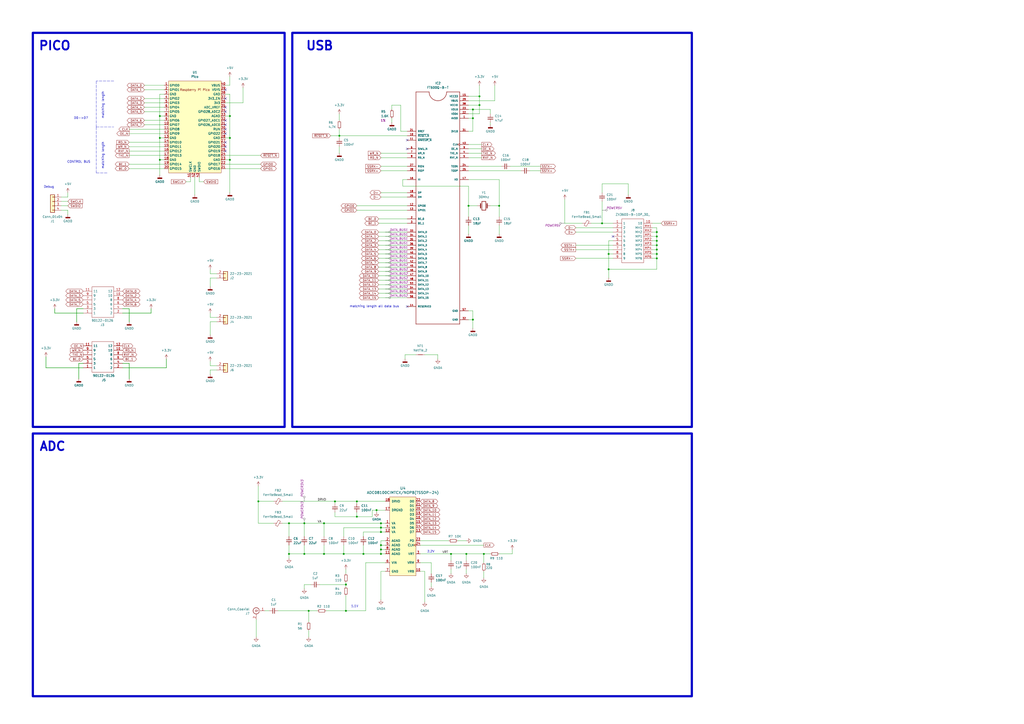
<source format=kicad_sch>
(kicad_sch (version 20231120) (generator "eeschema") (generator_version "8.0")
  (paper "A2")
  (title_block (title "PICO FT600") (date "2024-05-19") (rev "R01") (company "ICTAMKY.COM") (comment 1 "By leevawns"))
  (lib_symbols
    (symbol "+3.3V_1" (power) (pin_numbers hide) (pin_names (offset 0) hide)
      (property "Value" "+3.3V" (at 0 3.556 0))
      (symbol "+3.3V_1_1_1"
        (pin power_in line (at 0 0 90) (length 0) (name "~") (number "1"))
      )
    )
    (symbol "+5V_1" (power) (pin_numbers hide) (pin_names (offset 0) hide)
      (property "Value" "+5V" (at 0 3.556 0))
      (symbol "+5V_1_1_1"
        (pin power_in line (at 0 0 90) (length 0) hide (name "+5V") (number "1"))
      )
    )
    (symbol "Connector:Conn_Coaxial" (pin_names (offset 1.016) hide)
      (property "Reference" "J" (at 0.254 3.048 0))
      (property "Value" "Conn_Coaxial" (at 2.921 0 90))
      (symbol "Conn_Coaxial_1_1"
        (pin passive line (at -5.08 0 0) (length 2.54) (name "In") (number "1"))
        (pin passive line (at 0 -5.08 90) (length 2.54) (name "Ext") (number "2"))
      )
    )
    (symbol "Connector_Generic:Conn_01x02" (pin_names (offset 1.016) hide)
      (property "Reference" "J" (at 0 2.54 0))
      (property "Value" "Conn_01x02" (at 0 -5.08 0))
      (symbol "Conn_01x02_1_1"
        (pin passive line (at -5.08 0 0) (length 3.81) (name "Pin_1") (number "1"))
        (pin passive line (at -5.08 -2.54 0) (length 3.81) (name "Pin_2") (number "2"))
      )
    )
    (symbol "Connector_Generic:Conn_01x04" (pin_names (offset 1.016) hide)
      (property "Reference" "J" (at 0 5.08 0))
      (property "Value" "Conn_01x04" (at 0 -7.62 0))
      (symbol "Conn_01x04_1_1"
        (pin passive line (at -5.08 2.54 0) (length 3.81) (name "Pin_1") (number "1"))
        (pin passive line (at -5.08 0 0) (length 3.81) (name "Pin_2") (number "2"))
        (pin passive line (at -5.08 -2.54 0) (length 3.81) (name "Pin_3") (number "3"))
        (pin passive line (at -5.08 -5.08 0) (length 3.81) (name "Pin_4") (number "4"))
      )
    )
    (symbol "Device:C_Small" (pin_numbers hide) (pin_names (offset 0.254) hide)
      (property "Reference" "C" (at 0.254 1.778 0))
      (property "Value" "C_Small" (at 0.254 -2.032 0))
      (symbol "C_Small_1_1"
        (pin passive line (at 0 2.54 270) (length 2.032) (name "~") (number "1"))
        (pin passive line (at 0 -2.54 90) (length 2.032) (name "~") (number "2"))
      )
    )
    (symbol "Device:Crystal" (pin_numbers hide) (pin_names (offset 1.016) hide)
      (property "Reference" "Y" (at 0 3.81 0))
      (property "Value" "Crystal" (at 0 -3.81 0))
      (symbol "Crystal_1_1"
        (pin passive line (at -3.81 0 0) (length 1.27) (name "1") (number "1"))
        (pin passive line (at 3.81 0 180) (length 1.27) (name "2") (number "2"))
      )
    )
    (symbol "Device:FerriteBead_Small" (pin_numbers hide) (pin_names (offset 0))
      (property "Reference" "FB" (at 1.905 1.27 0))
      (property "Value" "FerriteBead_Small" (at 1.905 -1.27 0))
      (symbol "FerriteBead_Small_1_1"
        (pin passive line (at 0 2.54 270) (length 1.27) (name "~") (number "1"))
        (pin passive line (at 0 -2.54 90) (length 1.27) (name "~") (number "2"))
      )
    )
    (symbol "Device:NetTie_2" (pin_numbers hide) (pin_names (offset 0) hide) (in_bom no)
      (property "Reference" "NT" (at 0 1.27 0))
      (property "Value" "NetTie_2" (at 0 -1.27 0))
      (symbol "NetTie_2_1_1"
        (pin passive line (at -2.54 0 0) (length 2.54) (name "1") (number "1"))
        (pin passive line (at 2.54 0 180) (length 2.54) (name "2") (number "2"))
      )
    )
    (symbol "Device:R_Small" (pin_numbers hide) (pin_names (offset 0.254) hide)
      (property "Reference" "R" (at 0.762 0.508 0))
      (property "Value" "R_Small" (at 0.762 -1.016 0))
      (symbol "R_Small_1_1"
        (pin passive line (at 0 2.54 270) (length 0.762) (name "~") (number "1"))
        (pin passive line (at 0 -2.54 90) (length 0.762) (name "~") (number "2"))
      )
    )
    (symbol "ICTAMKY:613012243121" (pin_names (offset 0.762))
      (property "Reference" "J" (at 2.032 -17.018 0))
      (property "Value" "613012243121" (at 1.27 -19.558 0))
      (symbol "613012243121_0_0"
        (pin passive line (at 0 0 0) (length 5.08) (name "1") (number "1"))
        (pin passive line (at 22.86 -10.16 180) (length 5.08) (name "10") (number "10"))
        (pin passive line (at 0 -12.7 0) (length 5.08) (name "11") (number "11"))
        (pin passive line (at 22.86 -12.7 180) (length 5.08) (name "12") (number "12"))
        (pin passive line (at 22.86 0 180) (length 5.08) (name "2") (number "2"))
        (pin passive line (at 0 -2.54 0) (length 5.08) (name "3") (number "3"))
        (pin passive line (at 22.86 -2.54 180) (length 5.08) (name "4") (number "4"))
        (pin passive line (at 0 -5.08 0) (length 5.08) (name "5") (number "5"))
        (pin passive line (at 22.86 -5.08 180) (length 5.08) (name "6") (number "6"))
        (pin passive line (at 0 -7.62 0) (length 5.08) (name "7") (number "7"))
        (pin passive line (at 22.86 -7.62 180) (length 5.08) (name "8") (number "8"))
        (pin passive line (at 0 -10.16 0) (length 5.08) (name "9") (number "9"))
      )
    )
    (symbol "ICTAMKY:ADC08100CIMTCX/NOPB(TSSOP-24)" (pin_names (offset 1.016))
      (property "Reference" "U" (at -5.08 24.13 0))
      (property "Value" "ADC08100CIMTCX/NOPB(TSSOP-24)" (at 0 -25.4 0))
      (symbol "ADC08100CIMTCX/NOPB(TSSOP-24)_1_1"
        (pin power_in line (at -10.16 7.62 0) (length 2.54) (name "VA") (number "1"))
        (pin input line (at 10.16 -20.32 180) (length 2.54) (name "VRB") (number "10"))
        (pin power_in line (at -10.16 -10.16 0) (length 2.54) (name "AGND") (number "11"))
        (pin power_in line (at -10.16 2.54 0) (length 2.54) (name "VA") (number "12"))
        (pin output line (at 10.16 2.54 180) (length 2.54) (name "D7") (number "13"))
        (pin output line (at 10.16 5.08 180) (length 2.54) (name "D6") (number "14"))
        (pin output line (at 10.16 7.62 180) (length 2.54) (name "D5") (number "15"))
        (pin output line (at 10.16 10.16 180) (length 2.54) (name "D4") (number "16"))
        (pin power_in line (at -10.16 15.24 0) (length 2.54) (name "DRGND") (number "17"))
        (pin power_in line (at -10.16 20.32 0) (length 2.54) (name "DRVD") (number "18"))
        (pin output line (at 10.16 12.7 180) (length 2.54) (name "D3") (number "19"))
        (pin power_in line (at -10.16 -2.54 0) (length 2.54) (name "AGND") (number "2"))
        (pin output line (at 10.16 15.24 180) (length 2.54) (name "D2") (number "20"))
        (pin output line (at 10.16 17.78 180) (length 2.54) (name "D1") (number "21"))
        (pin output line (at 10.16 20.32 180) (length 2.54) (name "D0") (number "22"))
        (pin input line (at 10.16 -2.54 180) (length 2.54) (name "PD") (number "23"))
        (pin input clock (at 10.16 -5.08 180) (length 2.54) (name "CLK") (number "24"))
        (pin input line (at 10.16 -10.16 180) (length 2.54) (name "VRT") (number "3"))
        (pin power_in line (at -10.16 5.08 0) (length 2.54) (name "VA") (number "4"))
        (pin power_in line (at -10.16 -5.08 0) (length 2.54) (name "AGND") (number "5"))
        (pin input line (at -10.16 -15.24 0) (length 2.54) (name "VIN") (number "6"))
        (pin power_in line (at -10.16 -20.32 0) (length 2.54) (name "GND") (number "7"))
        (pin power_in line (at -10.16 -7.62 0) (length 2.54) (name "AGND") (number "8"))
        (pin input line (at 10.16 -15.24 180) (length 2.54) (name "VRM") (number "9"))
      )
    )
    (symbol "New_Library:FT600Q-B-T" (pin_names (offset 1.016))
      (property "Reference" "IC" (at -12.7403 76.4414 0))
      (property "Value" "FT600Q-B-T" (at -12.7201 -76.3208 0))
      (symbol "FT600Q-B-T_0_0"
        (pin power_in line (at 17.78 53.34 180) (length 5.08) (name "AVDD") (number "1"))
        (pin input line (at -17.78 43.18 0) (length 5.08) (name "~{RESET_N}") (number "10"))
        (pin input line (at -17.78 40.64 0) (length 5.08) (name "~{WAKEUP_N}") (number "11"))
        (pin bidirectional line (at -17.78 2.54 0) (length 5.08) (name "GPIO0") (number "12"))
        (pin bidirectional line (at -17.78 0 0) (length 5.08) (name "GPIO1") (number "13"))
        (pin bidirectional line (at -17.78 -55.88 0) (length 5.08) (name "RESERVED") (number "14"))
        (pin power_in line (at 17.78 66.04 180) (length 5.08) (name "VCC33") (number "15"))
        (pin input line (at -17.78 17.78 0) (length 5.08) (name "XI") (number "16"))
        (pin output line (at 17.78 17.78 180) (length 5.08) (name "XO") (number "17"))
        (pin bidirectional line (at -17.78 10.16 0) (length 5.08) (name "DP") (number "18"))
        (pin bidirectional line (at -17.78 -5.08 0) (length 5.08) (name "BE_0") (number "2"))
        (pin bidirectional line (at -17.78 7.62 0) (length 5.08) (name "DM") (number "20"))
        (pin input line (at -17.78 45.72 0) (length 5.08) (name "RREF") (number "21"))
        (pin power_in line (at 17.78 55.88 180) (length 5.08) (name "VDDA") (number "22"))
        (pin power_in line (at 17.78 58.42 180) (length 5.08) (name "VD10") (number "23"))
        (pin output line (at 17.78 25.4 180) (length 5.08) (name "TODN") (number "24"))
        (pin output line (at 17.78 22.86 180) (length 5.08) (name "TODP") (number "25"))
        (pin input line (at -17.78 25.4 0) (length 5.08) (name "RIDN") (number "27"))
        (pin input line (at -17.78 22.86 0) (length 5.08) (name "RIDP") (number "28"))
        (pin power_in line (at 17.78 63.5 180) (length 5.08) (name "VBUS") (number "29"))
        (pin bidirectional line (at -17.78 -7.62 0) (length 5.08) (name "BE_1") (number "3"))
        (pin output line (at 17.78 45.72 180) (length 5.08) (name "DV10") (number "31"))
        (pin passive line (at 17.78 -63.5 180) (length 5.08) (name "GND") (number "32"))
        (pin bidirectional line (at -17.78 -12.7 0) (length 5.08) (name "DATA_0") (number "33"))
        (pin bidirectional line (at -17.78 -15.24 0) (length 5.08) (name "DATA_1") (number "34"))
        (pin bidirectional line (at -17.78 -17.78 0) (length 5.08) (name "DATA_2") (number "35"))
        (pin bidirectional line (at -17.78 -20.32 0) (length 5.08) (name "DATA_3") (number "36"))
        (pin power_in line (at 17.78 60.96 180) (length 5.08) (name "VCCIO") (number "38"))
        (pin bidirectional line (at -17.78 -22.86 0) (length 5.08) (name "DATA_4") (number "39"))
        (pin output line (at 17.78 33.02 180) (length 5.08) (name "TXE_N") (number "4"))
        (pin bidirectional line (at -17.78 -25.4 0) (length 5.08) (name "DATA_5") (number "40"))
        (pin bidirectional line (at -17.78 -27.94 0) (length 5.08) (name "DATA_6") (number "41"))
        (pin bidirectional line (at -17.78 -30.48 0) (length 5.08) (name "DATA_7") (number "42"))
        (pin output clock (at 17.78 38.1 180) (length 5.08) (name "CLK") (number "43"))
        (pin bidirectional line (at -17.78 -33.02 0) (length 5.08) (name "DATA_8") (number "45"))
        (pin bidirectional line (at -17.78 -35.56 0) (length 5.08) (name "DATA_9") (number "46"))
        (pin bidirectional line (at -17.78 -38.1 0) (length 5.08) (name "DATA_10") (number "47"))
        (pin bidirectional line (at -17.78 -40.64 0) (length 5.08) (name "DATA_11") (number "48"))
        (pin output line (at 17.78 30.48 180) (length 5.08) (name "RXF_N") (number "5"))
        (pin bidirectional line (at -17.78 -43.18 0) (length 5.08) (name "DATA_12") (number "53"))
        (pin bidirectional line (at -17.78 -45.72 0) (length 5.08) (name "DATA_13") (number "54"))
        (pin bidirectional line (at -17.78 -48.26 0) (length 5.08) (name "DATA_14") (number "55"))
        (pin bidirectional line (at -17.78 -50.8 0) (length 5.08) (name "DATA_15") (number "56"))
        (pin input line (at -17.78 35.56 0) (length 5.08) (name "SIWU_N") (number "6"))
        (pin input line (at -17.78 33.02 0) (length 5.08) (name "WR_N") (number "7"))
        (pin input line (at -17.78 30.48 0) (length 5.08) (name "RD_N") (number "8"))
        (pin output line (at 17.78 35.56 180) (length 5.08) (name "OE_N") (number "9"))
      )
      (symbol "FT600Q-B-T_1_0"
        (pin passive line (at 17.78 -58.42 180) (length 5.08) (name "GND") (number "57"))
      )
    )
    (symbol "PICO_ADC_Test:Pico"
      (property "Reference" "U" (at -13.97 27.94 0))
      (property "Value" "Pico" (at 0 19.05 0))
      (symbol "Pico_0_0"
        (text "Raspberry Pi Pico" (at 0 21.59 0) (effects (font (size 1.27 1.27))))
      )
      (symbol "Pico_1_1"
        (pin bidirectional line (at -17.78 24.13 0) (length 2.54) (name "GPIO0") (number "1"))
        (pin bidirectional line (at -17.78 1.27 0) (length 2.54) (name "GPIO7") (number "10"))
        (pin bidirectional line (at -17.78 -1.27 0) (length 2.54) (name "GPIO8") (number "11"))
        (pin bidirectional line (at -17.78 -3.81 0) (length 2.54) (name "GPIO9") (number "12"))
        (pin power_in line (at -17.78 -6.35 0) (length 2.54) (name "GND") (number "13"))
        (pin bidirectional line (at -17.78 -8.89 0) (length 2.54) (name "GPIO10") (number "14"))
        (pin bidirectional line (at -17.78 -11.43 0) (length 2.54) (name "GPIO11") (number "15"))
        (pin bidirectional line (at -17.78 -13.97 0) (length 2.54) (name "GPIO12") (number "16"))
        (pin bidirectional line (at -17.78 -16.51 0) (length 2.54) (name "GPIO13") (number "17"))
        (pin power_in line (at -17.78 -19.05 0) (length 2.54) (name "GND") (number "18"))
        (pin bidirectional line (at -17.78 -21.59 0) (length 2.54) (name "GPIO14") (number "19"))
        (pin bidirectional line (at -17.78 21.59 0) (length 2.54) (name "GPIO1") (number "2"))
        (pin bidirectional line (at -17.78 -24.13 0) (length 2.54) (name "GPIO15") (number "20"))
        (pin bidirectional line (at 17.78 -24.13 180) (length 2.54) (name "GPIO16") (number "21"))
        (pin bidirectional line (at 17.78 -21.59 180) (length 2.54) (name "GPIO17") (number "22"))
        (pin power_in line (at 17.78 -19.05 180) (length 2.54) (name "GND") (number "23"))
        (pin bidirectional line (at 17.78 -16.51 180) (length 2.54) (name "GPIO18") (number "24"))
        (pin bidirectional line (at 17.78 -13.97 180) (length 2.54) (name "GPIO19") (number "25"))
        (pin bidirectional line (at 17.78 -11.43 180) (length 2.54) (name "GPIO20") (number "26"))
        (pin bidirectional line (at 17.78 -8.89 180) (length 2.54) (name "GPIO21") (number "27"))
        (pin power_in line (at 17.78 -6.35 180) (length 2.54) (name "GND") (number "28"))
        (pin bidirectional line (at 17.78 -3.81 180) (length 2.54) (name "GPIO22") (number "29"))
        (pin power_in line (at -17.78 19.05 0) (length 2.54) (name "GND") (number "3"))
        (pin input line (at 17.78 -1.27 180) (length 2.54) (name "RUN") (number "30"))
        (pin bidirectional line (at 17.78 1.27 180) (length 2.54) (name "GPIO26_ADC0") (number "31"))
        (pin bidirectional line (at 17.78 3.81 180) (length 2.54) (name "GPIO27_ADC1") (number "32"))
        (pin power_in line (at 17.78 6.35 180) (length 2.54) (name "AGND") (number "33"))
        (pin bidirectional line (at 17.78 8.89 180) (length 2.54) (name "GPIO28_ADC2") (number "34"))
        (pin power_in line (at 17.78 11.43 180) (length 2.54) (name "ADC_VREF") (number "35"))
        (pin power_in line (at 17.78 13.97 180) (length 2.54) (name "3V3") (number "36"))
        (pin input line (at 17.78 16.51 180) (length 2.54) (name "3V3_EN") (number "37"))
        (pin bidirectional line (at 17.78 19.05 180) (length 2.54) (name "GND") (number "38"))
        (pin power_in line (at 17.78 21.59 180) (length 2.54) (name "VSYS") (number "39"))
        (pin bidirectional line (at -17.78 16.51 0) (length 2.54) (name "GPIO2") (number "4"))
        (pin power_in line (at 17.78 24.13 180) (length 2.54) (name "VBUS") (number "40"))
        (pin input line (at -2.54 -29.21 90) (length 2.54) (name "SWCLK") (number "41"))
        (pin power_in line (at 0 -29.21 90) (length 2.54) (name "GND") (number "42"))
        (pin bidirectional line (at 2.54 -29.21 90) (length 2.54) (name "SWDIO") (number "43"))
        (pin bidirectional line (at -17.78 13.97 0) (length 2.54) (name "GPIO3") (number "5"))
        (pin bidirectional line (at -17.78 11.43 0) (length 2.54) (name "GPIO4") (number "6"))
        (pin bidirectional line (at -17.78 8.89 0) (length 2.54) (name "GPIO5") (number "7"))
        (pin power_in line (at -17.78 6.35 0) (length 2.54) (name "GND") (number "8"))
        (pin bidirectional line (at -17.78 3.81 0) (length 2.54) (name "GPIO6") (number "9"))
      )
    )
    (symbol "SamacSys_Parts:ZX360D-B-10P_30_" (pin_names (offset 0.762))
      (property "Reference" "J" (at 19.05 7.62 0))
      (property "Value" "ZX360D-B-10P_30_" (at 19.05 5.08 0))
      (symbol "ZX360D-B-10P_30__0_0"
        (pin passive line (at 0 0 0) (length 5.08) (name "1") (number "1"))
        (pin passive line (at 22.86 0 180) (length 5.08) (name "10") (number "10"))
        (pin passive line (at 0 -2.54 0) (length 5.08) (name "2") (number "2"))
        (pin passive line (at 0 -5.08 0) (length 5.08) (name "3") (number "3"))
        (pin passive line (at 0 -7.62 0) (length 5.08) (name "4") (number "4"))
        (pin passive line (at 0 -10.16 0) (length 5.08) (name "5") (number "5"))
        (pin passive line (at 0 -12.7 0) (length 5.08) (name "6") (number "6"))
        (pin passive line (at 0 -15.24 0) (length 5.08) (name "7") (number "7"))
        (pin passive line (at 0 -17.78 0) (length 5.08) (name "8") (number "8"))
        (pin passive line (at 0 -20.32 0) (length 5.08) (name "9") (number "9"))
        (pin passive line (at 22.86 -2.54 180) (length 5.08) (name "MH1") (number "MH1"))
        (pin passive line (at 22.86 -5.08 180) (length 5.08) (name "MH2") (number "MH2"))
        (pin passive line (at 22.86 -7.62 180) (length 5.08) (name "MP1") (number "MP1"))
        (pin passive line (at 22.86 -10.16 180) (length 5.08) (name "MP2") (number "MP2"))
        (pin passive line (at 22.86 -12.7 180) (length 5.08) (name "MP3") (number "MP3"))
        (pin passive line (at 22.86 -15.24 180) (length 5.08) (name "MP4") (number "MP4"))
        (pin passive line (at 22.86 -17.78 180) (length 5.08) (name "MP5") (number "MP5"))
        (pin passive line (at 22.86 -20.32 180) (length 5.08) (name "MP6") (number "MP6"))
      )
    )
    (symbol "power:+3.3V" (power) (pin_names (offset 0))
      (property "Value" "+3.3V" (at 0 3.556 0))
      (symbol "+3.3V_1_1"
        (pin power_in line (at 0 0 90) (length 0) hide (name "+3.3V") (number "1"))
      )
    )
    (symbol "power:+5V" (power) (pin_names (offset 0))
      (property "Value" "+5V" (at 0 3.556 0))
      (symbol "+5V_1_1"
        (pin power_in line (at 0 0 90) (length 0) hide (name "+5V") (number "1"))
      )
    )
    (symbol "power:GNDA" (power) (pin_numbers hide) (pin_names (offset 0) hide)
      (property "Value" "GNDA" (at 0 -3.81 0))
      (symbol "GNDA_1_1"
        (pin power_in line (at 0 0 270) (length 0) (name "~") (number "1"))
      )
    )
    (symbol "power:GNDD" (power) (pin_numbers hide) (pin_names (offset 0) hide)
      (property "Value" "GNDD" (at 0 -3.175 0))
      (symbol "GNDD_1_1"
        (pin power_in line (at 0 0 270) (length 0) (name "~") (number "1"))
      )
    )
  )
  (junction (at 149.86 290.83))
  (junction (at 92.71 92.71))
  (junction (at 220.98 306.07))
  (junction (at 133.35 67.31))
  (junction (at 218.44 295.91))
  (junction (at 133.35 92.71))
  (junction (at 187.96 321.31))
  (junction (at 353.06 147.32))
  (junction (at 167.64 321.31))
  (junction (at 167.64 303.53))
  (junction (at 381 144.78))
  (junction (at 220.98 303.53))
  (junction (at 278.13 60.96))
  (junction (at 133.35 80.01))
  (junction (at 289.56 119.38))
  (junction (at 194.31 290.83))
  (junction (at 274.32 185.42))
  (junction (at 381 137.16))
  (junction (at 280.67 321.31))
  (junction (at 176.53 321.31))
  (junction (at 207.01 290.83))
  (junction (at 207.01 299.72))
  (junction (at 271.78 119.38))
  (junction (at 196.85 78.74))
  (junction (at 278.13 55.88))
  (junction (at 274.32 63.5))
  (junction (at 381 142.24))
  (junction (at 199.39 321.31))
  (junction (at 353.06 156.21))
  (junction (at 210.82 321.31))
  (junction (at 349.25 129.54))
  (junction (at 381 139.7))
  (junction (at 220.98 316.23))
  (junction (at 270.51 321.31))
  (junction (at 381 134.62))
  (junction (at 200.66 354.33))
  (junction (at 220.98 308.61))
  (junction (at 220.98 318.77))
  (junction (at 179.07 354.33))
  (junction (at 274.32 68.58))
  (junction (at 92.71 67.31))
  (junction (at 381 149.86))
  (junction (at 200.66 339.09))
  (junction (at 92.71 80.01))
  (junction (at 176.53 303.53))
  (junction (at 381 147.32))
  (junction (at 220.98 321.31))
  (junction (at 187.96 303.53))
  (junction (at 261.62 321.31))
  (no_connect (at 355.6 137.16))
  (no_connect (at 130.81 87.63))
  (no_connect (at 236.22 177.8))
  (no_connect (at 130.81 62.23))
  (no_connect (at 130.81 74.93))
  (no_connect (at 130.81 57.15))
  (no_connect (at 130.81 52.07))
  (no_connect (at 130.81 64.77))
  (no_connect (at 236.22 81.28))
  (no_connect (at 130.81 82.55))
  (no_connect (at 130.81 77.47))
  (no_connect (at 130.81 85.09))
  (no_connect (at 130.81 69.85))
  (no_connect (at 236.22 86.36))
  (no_connect (at 130.81 72.39))
  (wire (pts (xy 130.81 54.61) (xy 133.35 54.61)))
  (wire (pts (xy 220.98 114.3) (xy 236.22 114.3)))
  (wire (pts (xy 223.52 295.91) (xy 218.44 295.91)))
  (wire (pts (xy 349.25 129.54) (xy 355.6 129.54)))
  (wire (pts (xy 342.9 129.54) (xy 349.25 129.54)))
  (wire (pts (xy 140.97 59.69) (xy 140.97 50.8)))
  (wire (pts (xy 121.92 212.09) (xy 121.92 209.55)))
  (wire (pts (xy 194.31 297.18) (xy 194.31 299.72)))
  (wire (pts (xy 219.71 142.24) (xy 236.22 142.24)))
  (wire (pts (xy 287.02 49.53) (xy 287.02 58.42)))
  (wire (pts (xy 215.9 295.91) (xy 215.9 299.72)))
  (wire (pts (xy 218.44 295.91) (xy 218.44 297.18)))
  (wire (pts (xy 210.82 316.23) (xy 210.82 321.31)))
  (wire (pts (xy 39.37 121.92) (xy 35.56 121.92)))
  (wire (pts (xy 199.39 306.07) (xy 220.98 306.07)))
  (wire (pts (xy 110.49 105.41) (xy 107.95 105.41)))
  (wire (pts (xy 207.01 121.92) (xy 236.22 121.92)))
  (wire (pts (xy 125.73 212.09) (xy 121.92 212.09)))
  (wire (pts (xy 353.06 156.21) (xy 381 156.21)))
  (wire (pts (xy 261.62 321.31) (xy 270.51 321.31)))
  (wire (pts (xy 349.25 116.84) (xy 349.25 129.54)))
  (wire (pts (xy 270.51 330.2) (xy 270.51 332.74)))
  (wire (pts (xy 125.73 214.63) (xy 121.92 214.63)))
  (wire (pts (xy 233.68 107.95) (xy 271.78 107.95)))
  (wire (pts (xy 378.46 144.78) (xy 381 144.78)))
  (wire (pts (xy 218.44 295.91) (xy 215.9 295.91)))
  (wire (pts (xy 200.66 330.2) (xy 200.66 332.74)))
  (wire (pts (xy 378.46 139.7) (xy 381 139.7)))
  (wire (pts (xy 220.98 318.77) (xy 220.98 316.23)))
  (wire (pts (xy 271.78 130.81) (xy 271.78 135.89)))
  (wire (pts (xy 92.71 80.01) (xy 95.25 80.01)))
  (wire (pts (xy 280.67 321.31) (xy 284.48 321.31)))
  (wire (pts (xy 227.33 71.12) (xy 227.33 68.58)))
  (wire (pts (xy 219.71 162.56) (xy 236.22 162.56)))
  (wire (pts (xy 220.98 308.61) (xy 210.82 308.61)))
  (wire (pts (xy 295.91 96.52) (xy 313.69 96.52)))
  (wire (pts (xy 113.03 102.87) (xy 113.03 113.03)))
  (wire (pts (xy 271.78 60.96) (xy 278.13 60.96)))
  (wire (pts (xy 167.64 321.31) (xy 176.53 321.31)))
  (wire (pts (xy 220.98 331.47) (xy 220.98 347.98)))
  (wire (pts (xy 232.41 76.2) (xy 232.41 60.96)))
  (wire (pts (xy 92.71 54.61) (xy 92.71 67.31)))
  (wire (pts (xy 130.81 67.31) (xy 133.35 67.31)))
  (wire (pts (xy 92.71 80.01) (xy 92.71 92.71)))
  (wire (pts (xy 334.01 144.78) (xy 355.6 144.78)))
  (wire (pts (xy 378.46 142.24) (xy 381 142.24)))
  (wire (pts (xy 210.82 321.31) (xy 220.98 321.31)))
  (wire (pts (xy 199.39 321.31) (xy 210.82 321.31)))
  (wire (pts (xy 179.07 360.68) (xy 179.07 354.33)))
  (wire (pts (xy 176.53 316.23) (xy 176.53 321.31)))
  (wire (pts (xy 327.66 129.54) (xy 327.66 115.57)))
  (wire (pts (xy 167.64 303.53) (xy 163.83 303.53)))
  (wire (pts (xy 334.01 149.86) (xy 355.6 149.86)))
  (wire (pts (xy 130.81 95.25) (xy 151.13 95.25)))
  (wire (pts (xy 284.48 72.39) (xy 284.48 71.12)))
  (wire (pts (xy 95.25 74.93) (xy 74.93 74.93)))
  (wire (pts (xy 381 132.08) (xy 378.46 132.08)))
  (wire (pts (xy 158.75 303.53) (xy 149.86 303.53)))
  (polyline (pts (xy 55.88 46.99) (xy 55.88 73.66)) (stroke (width 0) (type dash)))
  (wire (pts (xy 74.93 179.07) (xy 74.93 186.69)) (stroke (width 0.254)))
  (wire (pts (xy 220.98 313.69) (xy 223.52 313.69)))
  (wire (pts (xy 243.84 316.23) (xy 280.67 316.23)))
  (wire (pts (xy 274.32 180.34) (xy 274.32 185.42)))
  (wire (pts (xy 271.78 68.58) (xy 274.32 68.58)))
  (wire (pts (xy 234.95 208.28) (xy 234.95 205.74)))
  (wire (pts (xy 219.71 160.02) (xy 236.22 160.02)))
  (wire (pts (xy 207.01 290.83) (xy 207.01 292.1)))
  (wire (pts (xy 274.32 190.5) (xy 274.32 185.42)))
  (wire (pts (xy 39.37 124.46) (xy 39.37 121.92)))
  (wire (pts (xy 187.96 316.23) (xy 187.96 321.31)))
  (wire (pts (xy 289.56 119.38) (xy 289.56 125.73)))
  (wire (pts (xy 271.78 66.04) (xy 278.13 66.04)))
  (wire (pts (xy 215.9 299.72) (xy 207.01 299.72)))
  (wire (pts (xy 95.25 77.47) (xy 74.93 77.47)))
  (wire (pts (xy 163.83 290.83) (xy 194.31 290.83)))
  (wire (pts (xy 250.19 326.39) (xy 243.84 326.39)))
  (wire (pts (xy 364.49 106.68) (xy 349.25 106.68)))
  (wire (pts (xy 149.86 281.94) (xy 149.86 290.83)))
  (wire (pts (xy 95.25 54.61) (xy 92.71 54.61)))
  (wire (pts (xy 179.07 354.33) (xy 184.15 354.33)))
  (wire (pts (xy 95.25 87.63) (xy 74.93 87.63)))
  (wire (pts (xy 271.78 96.52) (xy 290.83 96.52)))
  (wire (pts (xy 220.98 318.77) (xy 223.52 318.77)))
  (wire (pts (xy 191.77 78.74) (xy 196.85 78.74)))
  (wire (pts (xy 278.13 55.88) (xy 278.13 49.53)))
  (wire (pts (xy 243.84 313.69) (xy 260.35 313.69)))
  (wire (pts (xy 121.92 186.69) (xy 121.92 194.31)))
  (wire (pts (xy 381 134.62) (xy 381 132.08)))
  (wire (pts (xy 219.71 137.16) (xy 236.22 137.16)))
  (wire (pts (xy 176.53 303.53) (xy 167.64 303.53)))
  (wire (pts (xy 95.25 95.25) (xy 74.93 95.25)))
  (wire (pts (xy 349.25 106.68) (xy 349.25 111.76)))
  (wire (pts (xy 271.78 180.34) (xy 274.32 180.34)))
  (wire (pts (xy 271.78 55.88) (xy 278.13 55.88)))
  (wire (pts (xy 196.85 66.04) (xy 196.85 69.85)))
  (wire (pts (xy 261.62 321.31) (xy 261.62 325.12)))
  (wire (pts (xy 199.39 316.23) (xy 199.39 321.31)))
  (wire (pts (xy 121.92 158.75) (xy 121.92 156.21)))
  (wire (pts (xy 250.19 332.74) (xy 250.19 326.39)))
  (wire (pts (xy 289.56 104.14) (xy 289.56 119.38)))
  (wire (pts (xy 271.78 99.06) (xy 302.26 99.06)))
  (wire (pts (xy 35.56 114.3) (xy 39.37 114.3)))
  (wire (pts (xy 271.78 119.38) (xy 271.78 125.73)))
  (wire (pts (xy 274.32 76.2) (xy 274.32 68.58)))
  (wire (pts (xy 71.12 210.82) (xy 74.93 210.82)) (stroke (width 0.254)))
  (wire (pts (xy 196.85 78.74) (xy 196.85 74.93)))
  (wire (pts (xy 378.46 149.86) (xy 381 149.86)))
  (wire (pts (xy 74.93 210.82) (xy 74.93 219.71)) (stroke (width 0.254)))
  (wire (pts (xy 153.67 354.33) (xy 156.21 354.33)))
  (wire (pts (xy 220.98 99.06) (xy 236.22 99.06)))
  (wire (pts (xy 274.32 63.5) (xy 284.48 63.5)))
  (wire (pts (xy 278.13 60.96) (xy 278.13 66.04)))
  (wire (pts (xy 220.98 88.9) (xy 236.22 88.9)))
  (wire (pts (xy 167.64 316.23) (xy 167.64 321.31)))
  (wire (pts (xy 83.82 72.39) (xy 95.25 72.39)))
  (wire (pts (xy 219.71 134.62) (xy 236.22 134.62)))
  (wire (pts (xy 223.52 331.47) (xy 220.98 331.47)))
  (wire (pts (xy 270.51 321.31) (xy 270.51 325.12)))
  (wire (pts (xy 210.82 308.61) (xy 210.82 311.15)))
  (wire (pts (xy 125.73 158.75) (xy 121.92 158.75)))
  (wire (pts (xy 223.52 321.31) (xy 220.98 321.31)))
  (wire (pts (xy 280.67 331.47) (xy 280.67 335.28)))
  (wire (pts (xy 280.67 321.31) (xy 280.67 326.39)))
  (wire (pts (xy 355.6 139.7) (xy 353.06 139.7)))
  (wire (pts (xy 133.35 54.61) (xy 133.35 67.31)))
  (wire (pts (xy 179.07 369.57) (xy 179.07 365.76)))
  (wire (pts (xy 121.92 214.63) (xy 121.92 217.17)))
  (wire (pts (xy 220.98 111.76) (xy 236.22 111.76)))
  (wire (pts (xy 284.48 66.04) (xy 284.48 63.5)))
  (wire (pts (xy 133.35 67.31) (xy 133.35 80.01)))
  (wire (pts (xy 353.06 147.32) (xy 355.6 147.32)))
  (wire (pts (xy 378.46 137.16) (xy 381 137.16)))
  (wire (pts (xy 176.53 303.53) (xy 187.96 303.53)))
  (wire (pts (xy 381 139.7) (xy 381 137.16)))
  (wire (pts (xy 287.02 58.42) (xy 271.78 58.42)))
  (wire (pts (xy 297.18 321.31) (xy 297.18 318.77)))
  (wire (pts (xy 270.51 321.31) (xy 280.67 321.31)))
  (wire (pts (xy 48.26 179.07) (xy 44.45 179.07)) (stroke (width 0.254)))
  (wire (pts (xy 271.78 107.95) (xy 271.78 119.38)))
  (wire (pts (xy 274.32 185.42) (xy 271.78 185.42)))
  (wire (pts (xy 212.09 326.39) (xy 223.52 326.39)))
  (wire (pts (xy 110.49 102.87) (xy 110.49 105.41)))
  (wire (pts (xy 223.52 290.83) (xy 207.01 290.83)))
  (wire (pts (xy 381 142.24) (xy 381 139.7)))
  (wire (pts (xy 279.4 86.36) (xy 271.78 86.36)))
  (wire (pts (xy 265.43 313.69) (xy 270.51 313.69)))
  (wire (pts (xy 220.98 96.52) (xy 236.22 96.52)))
  (wire (pts (xy 31.75 179.07) (xy 31.75 181.61)) (stroke (width 0.254)))
  (wire (pts (xy 381 147.32) (xy 381 144.78)))
  (wire (pts (xy 83.82 69.85) (xy 95.25 69.85)))
  (wire (pts (xy 149.86 290.83) (xy 158.75 290.83)))
  (wire (pts (xy 194.31 299.72) (xy 207.01 299.72)))
  (wire (pts (xy 219.71 149.86) (xy 236.22 149.86)))
  (wire (pts (xy 83.82 52.07) (xy 95.25 52.07)))
  (wire (pts (xy 130.81 97.79) (xy 151.13 97.79)))
  (wire (pts (xy 121.92 161.29) (xy 121.92 166.37)))
  (wire (pts (xy 219.71 129.54) (xy 236.22 129.54)))
  (wire (pts (xy 223.52 308.61) (xy 220.98 308.61)))
  (wire (pts (xy 71.12 179.07) (xy 74.93 179.07)) (stroke (width 0.254)))
  (wire (pts (xy 220.98 306.07) (xy 223.52 306.07)))
  (wire (pts (xy 176.53 303.53) (xy 176.53 311.15)))
  (wire (pts (xy 196.85 85.09) (xy 196.85 88.9)))
  (wire (pts (xy 289.56 130.81) (xy 289.56 135.89)))
  (wire (pts (xy 176.53 339.09) (xy 176.53 341.63)))
  (wire (pts (xy 187.96 303.53) (xy 220.98 303.53)))
  (wire (pts (xy 243.84 331.47) (xy 246.38 331.47)))
  (wire (pts (xy 219.71 144.78) (xy 236.22 144.78)))
  (wire (pts (xy 381 144.78) (xy 381 142.24)))
  (wire (pts (xy 95.25 85.09) (xy 74.93 85.09)))
  (wire (pts (xy 92.71 92.71) (xy 92.71 101.6)))
  (wire (pts (xy 334.01 134.62) (xy 355.6 134.62)))
  (wire (pts (xy 219.71 167.64) (xy 236.22 167.64)))
  (wire (pts (xy 353.06 156.21) (xy 353.06 161.29)))
  (wire (pts (xy 96.52 213.36) (xy 96.52 208.28)) (stroke (width 0.254)))
  (polyline (pts (xy 55.88 73.66) (xy 66.04 73.66)) (stroke (width 0) (type dash)))
  (wire (pts (xy 219.71 157.48) (xy 236.22 157.48)))
  (wire (pts (xy 83.82 57.15) (xy 95.25 57.15)))
  (polyline (pts (xy 66.04 46.99) (xy 55.88 46.99)) (stroke (width 0) (type dash)))
  (wire (pts (xy 95.25 82.55) (xy 74.93 82.55)))
  (wire (pts (xy 279.4 83.82) (xy 271.78 83.82)))
  (wire (pts (xy 246.38 205.74) (xy 254 205.74)))
  (wire (pts (xy 200.66 354.33) (xy 212.09 354.33)))
  (wire (pts (xy 125.73 184.15) (xy 121.92 184.15)))
  (wire (pts (xy 130.81 90.17) (xy 151.13 90.17)))
  (wire (pts (xy 176.53 321.31) (xy 187.96 321.31)))
  (wire (pts (xy 334.01 142.24) (xy 355.6 142.24)))
  (wire (pts (xy 200.66 339.09) (xy 200.66 340.36)))
  (wire (pts (xy 271.78 104.14) (xy 289.56 104.14)))
  (wire (pts (xy 44.45 179.07) (xy 44.45 186.69)) (stroke (width 0.254)))
  (wire (pts (xy 289.56 321.31) (xy 297.18 321.31)))
  (polyline (pts (xy 55.88 73.66) (xy 55.88 100.33)) (stroke (width 0) (type dash)))
  (wire (pts (xy 234.95 205.74) (xy 241.3 205.74)))
  (wire (pts (xy 353.06 147.32) (xy 353.06 156.21)))
  (wire (pts (xy 274.32 63.5) (xy 274.32 68.58)))
  (wire (pts (xy 233.68 104.14) (xy 233.68 107.95)))
  (wire (pts (xy 220.98 321.31) (xy 220.98 318.77)))
  (wire (pts (xy 271.78 63.5) (xy 274.32 63.5)))
  (wire (pts (xy 200.66 337.82) (xy 200.66 339.09)))
  (wire (pts (xy 35.56 119.38) (xy 39.37 119.38)))
  (wire (pts (xy 196.85 78.74) (xy 236.22 78.74)))
  (wire (pts (xy 383.54 129.54) (xy 378.46 129.54)))
  (wire (pts (xy 219.71 165.1) (xy 236.22 165.1)))
  (wire (pts (xy 130.81 92.71) (xy 133.35 92.71)))
  (wire (pts (xy 115.57 105.41) (xy 118.11 105.41)))
  (wire (pts (xy 95.25 90.17) (xy 74.93 90.17)))
  (wire (pts (xy 194.31 292.1) (xy 194.31 290.83)))
  (wire (pts (xy 87.63 179.07) (xy 87.63 181.61)) (stroke (width 0.254)))
  (wire (pts (xy 185.42 339.09) (xy 200.66 339.09)))
  (wire (pts (xy 200.66 345.44) (xy 200.66 354.33)))
  (wire (pts (xy 219.71 154.94) (xy 236.22 154.94)))
  (polyline (pts (xy 55.88 100.33) (xy 62.23 100.33)) (stroke (width 0) (type dash)))
  (wire (pts (xy 353.06 139.7) (xy 353.06 147.32)))
  (wire (pts (xy 115.57 102.87) (xy 115.57 105.41)))
  (wire (pts (xy 194.31 290.83) (xy 207.01 290.83)))
  (wire (pts (xy 254 205.74) (xy 254 208.28)))
  (wire (pts (xy 220.98 303.53) (xy 220.98 306.07)))
  (wire (pts (xy 83.82 64.77) (xy 95.25 64.77)))
  (wire (pts (xy 121.92 184.15) (xy 121.92 181.61)))
  (wire (pts (xy 219.71 127) (xy 236.22 127)))
  (wire (pts (xy 219.71 170.18) (xy 236.22 170.18)))
  (wire (pts (xy 381 137.16) (xy 381 134.62)))
  (wire (pts (xy 133.35 80.01) (xy 130.81 80.01)))
  (wire (pts (xy 261.62 330.2) (xy 261.62 332.74)))
  (wire (pts (xy 219.71 147.32) (xy 236.22 147.32)))
  (wire (pts (xy 219.71 139.7) (xy 236.22 139.7)))
  (wire (pts (xy 219.71 152.4) (xy 236.22 152.4)))
  (wire (pts (xy 279.4 91.44) (xy 271.78 91.44)))
  (wire (pts (xy 381 149.86) (xy 381 147.32)))
  (wire (pts (xy 26.67 213.36) (xy 48.26 213.36)) (stroke (width 0.254)))
  (wire (pts (xy 87.63 181.61) (xy 71.12 181.61)) (stroke (width 0.254)))
  (wire (pts (xy 187.96 321.31) (xy 199.39 321.31)))
  (wire (pts (xy 45.72 210.82) (xy 45.72 219.71)) (stroke (width 0.254)))
  (wire (pts (xy 207.01 119.38) (xy 236.22 119.38)))
  (wire (pts (xy 271.78 76.2) (xy 274.32 76.2)))
  (wire (pts (xy 161.29 354.33) (xy 179.07 354.33)))
  (wire (pts (xy 220.98 306.07) (xy 220.98 308.61)))
  (wire (pts (xy 220.98 316.23) (xy 223.52 316.23)))
  (wire (pts (xy 227.33 60.96) (xy 227.33 63.5)))
  (wire (pts (xy 250.19 337.82) (xy 250.19 340.36)))
  (wire (pts (xy 31.75 181.61) (xy 48.26 181.61)) (stroke (width 0.254)))
  (wire (pts (xy 35.56 116.84) (xy 39.37 116.84)))
  (wire (pts (xy 130.81 59.69) (xy 140.97 59.69)))
  (wire (pts (xy 278.13 60.96) (xy 278.13 55.88)))
  (wire (pts (xy 148.59 359.41) (xy 148.59 369.57)))
  (wire (pts (xy 212.09 326.39) (xy 212.09 354.33)))
  (wire (pts (xy 149.86 303.53) (xy 149.86 290.83)))
  (wire (pts (xy 243.84 321.31) (xy 261.62 321.31)))
  (wire (pts (xy 189.23 354.33) (xy 200.66 354.33)))
  (wire (pts (xy 378.46 134.62) (xy 381 134.62)))
  (wire (pts (xy 83.82 59.69) (xy 95.25 59.69)))
  (wire (pts (xy 92.71 67.31) (xy 95.25 67.31)))
  (wire (pts (xy 133.35 49.53) (xy 130.81 49.53)))
  (wire (pts (xy 381 156.21) (xy 381 149.86)))
  (wire (pts (xy 26.67 207.01) (xy 26.67 213.36)) (stroke (width 0.254)))
  (wire (pts (xy 133.35 44.45) (xy 133.35 49.53)))
  (wire (pts (xy 236.22 76.2) (xy 232.41 76.2)))
  (wire (pts (xy 207.01 297.18) (xy 207.01 299.72)))
  (wire (pts (xy 199.39 306.07) (xy 199.39 311.15)))
  (wire (pts (xy 167.64 321.31) (xy 167.64 323.85)))
  (wire (pts (xy 289.56 119.38) (xy 284.48 119.38)))
  (wire (pts (xy 167.64 303.53) (xy 167.64 311.15)))
  (wire (pts (xy 219.71 172.72) (xy 236.22 172.72)))
  (wire (pts (xy 95.25 97.79) (xy 74.93 97.79)))
  (wire (pts (xy 220.98 91.44) (xy 236.22 91.44)))
  (wire (pts (xy 125.73 186.69) (xy 121.92 186.69)))
  (wire (pts (xy 48.26 210.82) (xy 45.72 210.82)) (stroke (width 0.254)))
  (wire (pts (xy 307.34 99.06) (xy 313.69 99.06)))
  (wire (pts (xy 232.41 60.96) (xy 227.33 60.96)))
  (wire (pts (xy 133.35 92.71) (xy 133.35 111.76)))
  (wire (pts (xy 187.96 303.53) (xy 187.96 311.15)))
  (wire (pts (xy 83.82 62.23) (xy 95.25 62.23)))
  (wire (pts (xy 279.4 88.9) (xy 271.78 88.9)))
  (wire (pts (xy 92.71 67.31) (xy 92.71 80.01)))
  (wire (pts (xy 196.85 78.74) (xy 196.85 80.01)))
  (wire (pts (xy 133.35 92.71) (xy 133.35 80.01)))
  (wire (pts (xy 378.46 147.32) (xy 381 147.32)))
  (wire (pts (xy 92.71 92.71) (xy 95.25 92.71)))
  (wire (pts (xy 220.98 316.23) (xy 220.98 313.69)))
  (wire (pts (xy 236.22 104.14) (xy 233.68 104.14)))
  (wire (pts (xy 71.12 213.36) (xy 96.52 213.36)) (stroke (width 0.254)))
  (wire (pts (xy 220.98 303.53) (xy 223.52 303.53)))
  (wire (pts (xy 83.82 49.53) (xy 95.25 49.53)))
  (wire (pts (xy 334.01 132.08) (xy 355.6 132.08)))
  (wire (pts (xy 180.34 339.09) (xy 176.53 339.09)))
  (wire (pts (xy 327.66 129.54) (xy 337.82 129.54)))
  (wire (pts (xy 271.78 119.38) (xy 276.86 119.38)))
  (wire (pts (xy 246.38 331.47) (xy 246.38 349.25)))
  (wire (pts (xy 364.49 113.03) (xy 364.49 106.68)))
  (wire (pts (xy 39.37 114.3) (xy 39.37 111.76)))
  (wire (pts (xy 125.73 161.29) (xy 121.92 161.29)))
  (rectangle (start 19.05 251.46) (end 401.32 403.86) (stroke (width 1.27)))
  (rectangle (start 169.545 19.05) (end 401.32 247.65) (stroke (width 1.27)))
  (rectangle (start 19.05 19.05) (end 165.1 247.65) (stroke (width 1.27)))
  (text "ADC" (at 30.48 259.08 0) (effects (font (size 5.08 5.08) (thickness 1.016) (bold yes))))
  (text "CONTROL BUS" (at 45.72 93.98 0) (effects (font (size 1.27 1.27))))
  (text "USB" (at 185.42 26.67 0) (effects (font (size 5.08 5.08) (thickness 1.016) (bold yes))))
  (text "matching length" (at 59.69 60.96 90) (effects (font (size 1.27 1.27))))
  (text "2.2V" (at 249.936 320.04 0) (effects (font (size 1.27 1.27))))
  (text "PICO" (at 31.75 26.67 0) (effects (font (size 5.08 5.08) (thickness 1.016) (bold yes))))
  (text "1.1V" (at 205.74 351.79 0) (effects (font (size 1.27 1.27))))
  (text "Debug" (at 25.4 109.22 0) (effects (font (size 1.27 1.27)) (justify left bottom)))
  (text "matching length all data bus" (at 217.17 177.8 0) (effects (font (size 1.27 1.27))))
  (text "D0->D7" (at 46.99 68.58 0) (effects (font (size 1.27 1.27))))
  (text "matching length" (at 59.69 90.17 90) (effects (font (size 1.27 1.27))))
  (label "VA" (at 184.15 303.53 0))
  (label "DRVD" (at 184.15 290.83 0))
  (label "VRT" (at 256.54 321.31 0))
  (global_label "BE_0" (shape bidirectional) (at 74.93 97.79 180) (property "Intersheetrefs" "${INTERSHEET_REFS}" (effects (hide yes))))
  (global_label "SSRX-" (shape input) (at 334.01 149.86 180) (property "Intersheetrefs" "${INTERSHEET_REFS}" (effects (hide yes))))
  (global_label "DATA_0" (shape bidirectional) (at 219.71 134.62 180) (property "Intersheetrefs" "${INTERSHEET_REFS}" (effects (hide yes))))
  (global_label "DATA_3" (shape bidirectional) (at 219.71 142.24 180) (property "Intersheetrefs" "${INTERSHEET_REFS}" (effects (hide yes))))
  (global_label "WR_N" (shape input) (at 220.98 88.9 180) (property "Intersheetrefs" "${INTERSHEET_REFS}" (effects (hide yes))))
  (global_label "DATA_6" (shape bidirectional) (at 71.12 176.53 0) (property "Intersheetrefs" "${INTERSHEET_REFS}" (effects (hide yes))))
  (global_label "DATA_2" (shape bidirectional) (at 83.82 57.15 180) (property "Intersheetrefs" "${INTERSHEET_REFS}" (effects (hide yes))))
  (global_label "DATA_2" (shape bidirectional) (at 219.71 139.7 180) (property "Intersheetrefs" "${INTERSHEET_REFS}" (effects (hide yes))))
  (global_label "CLK" (shape output) (at 280.67 316.23 0) (property "Intersheetrefs" "${INTERSHEET_REFS}" (effects (hide yes))))
  (global_label "DATA_1" (shape bidirectional) (at 219.71 137.16 180) (property "Intersheetrefs" "${INTERSHEET_REFS}" (effects (hide yes))))
  (global_label "DATA_15" (shape bidirectional) (at 219.71 172.72 180) (property "Intersheetrefs" "${INTERSHEET_REFS}" (effects (hide yes))))
  (global_label "DATA_13" (shape bidirectional) (at 243.84 303.53 0) (property "Intersheetrefs" "${INTERSHEET_REFS}" (effects (hide yes))))
  (global_label "WR_N" (shape input) (at 74.93 85.09 180) (property "Intersheetrefs" "${INTERSHEET_REFS}" (effects (hide yes))))
  (global_label "DATA_1" (shape bidirectional) (at 48.26 168.91 180) (property "Intersheetrefs" "${INTERSHEET_REFS}" (effects (hide yes))))
  (global_label "DATA_13" (shape bidirectional) (at 219.71 167.64 180) (property "Intersheetrefs" "${INTERSHEET_REFS}" (effects (hide yes))))
  (global_label "SSRX+" (shape input) (at 383.54 129.54 0) (property "Intersheetrefs" "${INTERSHEET_REFS}" (effects (hide yes))))
  (global_label "DATA_9" (shape bidirectional) (at 219.71 157.48 180) (property "Intersheetrefs" "${INTERSHEET_REFS}" (effects (hide yes))))
  (global_label "DATA_7" (shape bidirectional) (at 48.26 176.53 180) (property "Intersheetrefs" "${INTERSHEET_REFS}" (effects (hide yes))))
  (global_label "CLK" (shape output) (at 279.4 83.82 0) (property "Intersheetrefs" "${INTERSHEET_REFS}" (effects (hide yes))))
  (global_label "DATA_0" (shape bidirectional) (at 71.12 168.91 0) (property "Intersheetrefs" "${INTERSHEET_REFS}" (effects (hide yes))))
  (global_label "DATA_4" (shape bidirectional) (at 219.71 144.78 180) (property "Intersheetrefs" "${INTERSHEET_REFS}" (effects (hide yes))))
  (global_label "DATA_0" (shape bidirectional) (at 83.82 49.53 180) (property "Intersheetrefs" "${INTERSHEET_REFS}" (effects (hide yes))))
  (global_label "BE_1" (shape bidirectional) (at 74.93 95.25 180) (property "Intersheetrefs" "${INTERSHEET_REFS}" (effects (hide yes))))
  (global_label "DATA_6" (shape bidirectional) (at 219.71 149.86 180) (property "Intersheetrefs" "${INTERSHEET_REFS}" (effects (hide yes))))
  (global_label "SWDIO" (shape input) (at 118.11 105.41 0) (property "Intersheetrefs" "${INTERSHEET_REFS}" (effects (hide yes))))
  (global_label "TXE_N" (shape output) (at 279.4 88.9 0) (property "Intersheetrefs" "${INTERSHEET_REFS}" (effects (hide yes))))
  (global_label "D+" (shape bidirectional) (at 334.01 134.62 180) (property "Intersheetrefs" "${INTERSHEET_REFS}" (effects (hide yes))))
  (global_label "DATA_11" (shape bidirectional) (at 219.71 162.56 180) (property "Intersheetrefs" "${INTERSHEET_REFS}" (effects (hide yes))))
  (global_label "SSTX+" (shape output) (at 313.69 99.06 0) (property "Intersheetrefs" "${INTERSHEET_REFS}" (effects (hide yes))))
  (global_label "RXF_N" (shape output) (at 71.12 205.74 0) (property "Intersheetrefs" "${INTERSHEET_REFS}" (effects (hide yes))))
  (global_label "SSTX+" (shape output) (at 334.01 144.78 180) (property "Intersheetrefs" "${INTERSHEET_REFS}" (effects (hide yes))))
  (global_label "TXE_N" (shape output) (at 74.93 90.17 180) (property "Intersheetrefs" "${INTERSHEET_REFS}" (effects (hide yes))))
  (global_label "DATA_4" (shape bidirectional) (at 71.12 173.99 0) (property "Intersheetrefs" "${INTERSHEET_REFS}" (effects (hide yes))))
  (global_label "DATA_10" (shape bidirectional) (at 219.71 160.02 180) (property "Intersheetrefs" "${INTERSHEET_REFS}" (effects (hide yes))))
  (global_label "SWDIO" (shape input) (at 39.37 119.38 0) (property "Intersheetrefs" "${INTERSHEET_REFS}" (effects (hide yes))))
  (global_label "BE_0" (shape bidirectional) (at 219.71 127 180) (property "Intersheetrefs" "${INTERSHEET_REFS}" (effects (hide yes))))
  (global_label "DATA_14" (shape bidirectional) (at 243.84 306.07 0) (property "Intersheetrefs" "${INTERSHEET_REFS}" (effects (hide yes))))
  (global_label "DATA_7" (shape bidirectional) (at 219.71 152.4 180) (property "Intersheetrefs" "${INTERSHEET_REFS}" (effects (hide yes))))
  (global_label "DATA_9" (shape bidirectional) (at 243.84 293.37 0) (property "Intersheetrefs" "${INTERSHEET_REFS}" (effects (hide yes))))
  (global_label "SSRX-" (shape input) (at 220.98 96.52 180) (property "Intersheetrefs" "${INTERSHEET_REFS}" (effects (hide yes))))
  (global_label "RD_N" (shape input) (at 74.93 82.55 180) (property "Intersheetrefs" "${INTERSHEET_REFS}" (effects (hide yes))))
  (global_label "DATA_4" (shape bidirectional) (at 83.82 62.23 180) (property "Intersheetrefs" "${INTERSHEET_REFS}" (effects (hide yes))))
  (global_label "WR_N" (shape input) (at 48.26 203.2 180) (property "Intersheetrefs" "${INTERSHEET_REFS}" (effects (hide yes))))
  (global_label "DATA_1" (shape bidirectional) (at 83.82 52.07 180) (property "Intersheetrefs" "${INTERSHEET_REFS}" (effects (hide yes))))
  (global_label "DATA_10" (shape bidirectional) (at 243.84 295.91 0) (property "Intersheetrefs" "${INTERSHEET_REFS}" (effects (hide yes))))
  (global_label "DATA_12" (shape bidirectional) (at 243.84 300.99 0) (property "Intersheetrefs" "${INTERSHEET_REFS}" (effects (hide yes))))
  (global_label "CLK" (shape output) (at 74.93 74.93 180) (property "Intersheetrefs" "${INTERSHEET_REFS}" (effects (hide yes))))
  (global_label "DATA_5" (shape bidirectional) (at 219.71 147.32 180) (property "Intersheetrefs" "${INTERSHEET_REFS}" (effects (hide yes))))
  (global_label "TXE_N" (shape output) (at 48.26 205.74 180) (property "Intersheetrefs" "${INTERSHEET_REFS}" (effects (hide yes))))
  (global_label "OE_N" (shape output) (at 48.26 200.66 180) (property "Intersheetrefs" "${INTERSHEET_REFS}" (effects (hide yes))))
  (global_label "RD_N" (shape input) (at 220.98 91.44 180) (property "Intersheetrefs" "${INTERSHEET_REFS}" (effects (hide yes))))
  (global_label "SSTX-" (shape output) (at 334.01 142.24 180) (property "Intersheetrefs" "${INTERSHEET_REFS}" (effects (hide yes))))
  (global_label "BE_1" (shape bidirectional) (at 71.12 208.28 0) (property "Intersheetrefs" "${INTERSHEET_REFS}" (effects (hide yes))))
  (global_label "RXF_N" (shape output) (at 279.4 91.44 0) (property "Intersheetrefs" "${INTERSHEET_REFS}" (effects (hide yes))))
  (global_label "DATA_6" (shape bidirectional) (at 83.82 69.85 180) (property "Intersheetrefs" "${INTERSHEET_REFS}" (effects (hide yes))))
  (global_label "SWCLK" (shape input) (at 107.95 105.41 180) (property "Intersheetrefs" "${INTERSHEET_REFS}" (effects (hide yes))))
  (global_label "OE_N" (shape output) (at 279.4 86.36 0) (property "Intersheetrefs" "${INTERSHEET_REFS}" (effects (hide yes))))
  (global_label "DATA_5" (shape bidirectional) (at 48.26 173.99 180) (property "Intersheetrefs" "${INTERSHEET_REFS}" (effects (hide yes))))
  (global_label "D-" (shape bidirectional) (at 334.01 132.08 180) (property "Intersheetrefs" "${INTERSHEET_REFS}" (effects (hide yes))))
  (global_label "DATA_11" (shape bidirectional) (at 243.84 298.45 0) (property "Intersheetrefs" "${INTERSHEET_REFS}" (effects (hide yes))))
  (global_label "DATA_14" (shape bidirectional) (at 219.71 170.18 180) (property "Intersheetrefs" "${INTERSHEET_REFS}" (effects (hide yes))))
  (global_label "GPIO1" (shape bidirectional) (at 207.01 121.92 180) (property "Intersheetrefs" "${INTERSHEET_REFS}" (effects (hide yes))))
  (global_label "RXF_N" (shape output) (at 74.93 87.63 180) (property "Intersheetrefs" "${INTERSHEET_REFS}" (effects (hide yes))))
  (global_label "DATA_8" (shape bidirectional) (at 219.71 154.94 180) (property "Intersheetrefs" "${INTERSHEET_REFS}" (effects (hide yes))))
  (global_label "DATA_5" (shape bidirectional) (at 83.82 64.77 180) (property "Intersheetrefs" "${INTERSHEET_REFS}" (effects (hide yes))))
  (global_label "GPIO1" (shape bidirectional) (at 151.13 97.79 0) (property "Intersheetrefs" "${INTERSHEET_REFS}" (effects (hide yes))))
  (global_label "GPIO0" (shape bidirectional) (at 207.01 119.38 180) (property "Intersheetrefs" "${INTERSHEET_REFS}" (effects (hide yes))))
  (global_label "DATA_3" (shape bidirectional) (at 48.26 171.45 180) (property "Intersheetrefs" "${INTERSHEET_REFS}" (effects (hide yes))))
  (global_label "OE_N" (shape output) (at 74.93 77.47 180) (property "Intersheetrefs" "${INTERSHEET_REFS}" (effects (hide yes))))
  (global_label "GPIO0" (shape bidirectional) (at 151.13 95.25 0) (property "Intersheetrefs" "${INTERSHEET_REFS}" (effects (hide yes))))
  (global_label "DATA_7" (shape bidirectional) (at 83.82 72.39 180) (property "Intersheetrefs" "${INTERSHEET_REFS}" (effects (hide yes))))
  (global_label "RD_N" (shape input) (at 71.12 203.2 0) (property "Intersheetrefs" "${INTERSHEET_REFS}" (effects (hide yes))))
  (global_label "SSTX-" (shape output) (at 313.69 96.52 0) (property "Intersheetrefs" "${INTERSHEET_REFS}" (effects (hide yes))))
  (global_label "D+" (shape bidirectional) (at 220.98 111.76 180) (property "Intersheetrefs" "${INTERSHEET_REFS}" (effects (hide yes))))
  (global_label "BE_1" (shape bidirectional) (at 219.71 129.54 180) (property "Intersheetrefs" "${INTERSHEET_REFS}" (effects (hide yes))))
  (global_label "~{RESET_N}" (shape input) (at 191.77 78.74 180) (property "Intersheetrefs" "${INTERSHEET_REFS}" (effects (hide yes))))
  (global_label "SSRX+" (shape input) (at 220.98 99.06 180) (property "Intersheetrefs" "${INTERSHEET_REFS}" (effects (hide yes))))
  (global_label "BE_0" (shape bidirectional) (at 48.26 208.28 180) (property "Intersheetrefs" "${INTERSHEET_REFS}" (effects (hide yes))))
  (global_label "SWCLK" (shape input) (at 39.37 116.84 0) (property "Intersheetrefs" "${INTERSHEET_REFS}" (effects (hide yes))))
  (global_label "DATA_8" (shape bidirectional) (at 243.84 290.83 0) (property "Intersheetrefs" "${INTERSHEET_REFS}" (effects (hide yes))))
  (global_label "CLK" (shape output) (at 71.12 200.66 0) (property "Intersheetrefs" "${INTERSHEET_REFS}" (effects (hide yes))))
  (global_label "D-" (shape bidirectional) (at 220.98 114.3 180) (property "Intersheetrefs" "${INTERSHEET_REFS}" (effects (hide yes))))
  (global_label "DATA_2" (shape bidirectional) (at 71.12 171.45 0) (property "Intersheetrefs" "${INTERSHEET_REFS}" (effects (hide yes))))
  (global_label "DATA_12" (shape bidirectional) (at 219.71 165.1 180) (property "Intersheetrefs" "${INTERSHEET_REFS}" (effects (hide yes))))
  (global_label "~{RESET_N}" (shape input) (at 151.13 90.17 0) (property "Intersheetrefs" "${INTERSHEET_REFS}" (effects (hide yes))))
  (global_label "DATA_15" (shape bidirectional) (at 243.84 308.61 0) (property "Intersheetrefs" "${INTERSHEET_REFS}" (effects (hide yes))))
  (global_label "DATA_3" (shape bidirectional) (at 83.82 59.69 180) (property "Intersheetrefs" "${INTERSHEET_REFS}" (effects (hide yes))))
  (netclass_flag "" (length 2.54) (shape round) (at 223.52 144.78 270) (property "Netclass" "DATA_BUS1" (at 226.06 143.51 0) (effects (font (italic yes)) (justify left))))
  (netclass_flag "" (length 2.54) (shape round) (at 223.52 165.1 270) (property "Netclass" "DATA_BUS2" (at 226.06 163.83 0) (effects (font (italic yes)) (justify left))))
  (netclass_flag "" (length 2.54) (shape round) (at 223.52 137.16 270) (property "Netclass" "DATA_BUS1" (at 226.06 135.89 0) (effects (font (italic yes)) (justify left))))
  (netclass_flag "" (length 2.54) (shape round) (at 327.66 129.54 90) (property "Netclass" "POWER5V" (at 325.12 130.81 0) (effects (font (italic yes)) (justify right))))
  (netclass_flag "" (length 2.54) (shape round) (at 223.52 152.4 270) (property "Netclass" "DATA_BUS1" (at 226.06 151.13 0) (effects (font (italic yes)) (justify left))))
  (netclass_flag "" (length 2.54) (shape round) (at 223.52 170.18 270) (property "Netclass" "DATA_BUS2" (at 226.06 168.91 0) (effects (font (italic yes)) (justify left))))
  (netclass_flag "" (length 2.54) (shape round) (at 223.52 154.94 270) (property "Netclass" "DATA_BUS2" (at 226.06 153.67 0) (effects (font (italic yes)) (justify left))))
  (netclass_flag "" (length 2.54) (shape round) (at 223.52 172.72 270) (property "Netclass" "DATA_BUS2" (at 226.06 171.45 0) (effects (font (italic yes)) (justify left))))
  (netclass_flag "" (length 2.54) (shape round) (at 223.52 167.64 270) (property "Netclass" "DATA_BUS2" (at 226.06 166.37 0) (effects (font (italic yes)) (justify left))))
  (netclass_flag "" (length 2.54) (shape round) (at 223.52 162.56 270) (property "Netclass" "DATA_BUS2" (at 226.06 161.29 0) (effects (font (italic yes)) (justify left))))
  (netclass_flag "" (length 2.54) (shape round) (at 176.53 290.83 0) (property "Netclass" "POWER3V3" (at 175.26 288.29 90) (effects (font (italic yes)) (justify left))))
  (netclass_flag "" (length 2.54) (shape round) (at 223.52 147.32 270) (property "Netclass" "DATA_BUS1" (at 226.06 146.05 0) (effects (font (italic yes)) (justify left))))
  (netclass_flag "" (length 2.54) (shape round) (at 223.52 149.86 270) (property "Netclass" "DATA_BUS1" (at 226.06 148.59 0) (effects (font (italic yes)) (justify left))))
  (netclass_flag "" (length 2.54) (shape round) (at 223.52 160.02 270) (property "Netclass" "DATA_BUS2" (at 226.06 158.75 0) (effects (font (italic yes)) (justify left))))
  (netclass_flag "" (length 2.54) (shape round) (at 223.52 139.7 270) (property "Netclass" "DATA_BUS1" (at 226.06 138.43 0) (effects (font (italic yes)) (justify left))))
  (netclass_flag "" (length 2.54) (shape round) (at 176.53 303.53 0) (property "Netclass" "POWER3V3" (at 175.26 300.99 90) (effects (font (italic yes)) (justify left))))
  (netclass_flag "" (length 2.54) (shape round) (at 223.52 142.24 270) (property "Netclass" "DATA_BUS1" (at 226.06 140.97 0) (effects (font (italic yes)) (justify left))))
  (netclass_flag "" (length 2.54) (shape round) (at 223.52 157.48 270) (property "Netclass" "DATA_BUS2" (at 226.06 156.21 0) (effects (font (italic yes)) (justify left))))
  (netclass_flag "" (length 2.54) (shape round) (at 349.25 121.92 270) (property "Netclass" "POWER5V" (at 351.79 120.65 0) (effects (font (italic yes)) (justify left))))
  (netclass_flag "" (length 2.54) (shape round) (at 223.52 134.62 270) (property "Netclass" "DATA_BUS1" (at 226.06 133.35 0) (effects (font (italic yes)) (justify left))))
  (symbol (lib_id "New_Library:FT600Q-B-T") (at 254 121.92 0) (unit 1)
    (property "Reference" "IC2" (at 254 48.26 0))
    (property "Value" "FT600Q-B-T" (at 254 50.8 0))
    (property "Footprint" "Package_DFN_QFN:QFN-56-1EP_7x7mm_P0.4mm_EP4x4mm" (effects (hide yes)))
    (property "MANUFACTURER" "FTDI Chip" (effects (hide yes)))
  )
  (symbol (lib_id "power:GNDA") (at 270.51 332.74 0) (unit 1)
    (property "Reference" "#PWR097" (effects (hide yes)))
    (property "Value" "GNDA" (at 270.51 337.82 0))
    (property "Description" "Power symbol creates a global label with name \"GNDA\" , analog ground" (effects (hide yes)))
  )
  (symbol (lib_id "power:+5V") (at 121.92 156.21 0) (unit 1)
    (property "Reference" "#PWR059" (effects (hide yes)))
    (property "Value" "+5V" (at 121.92 151.13 0))
  )
  (symbol (lib_id "Device:C_Small") (at 196.85 82.55 0) (unit 1)
    (property "Reference" "C5" (at 199.39 81.2862 0) (effects (justify left)))
    (property "Value" "100nF" (at 199.39 83.8262 0) (effects (justify left)))
    (property "Footprint" "Capacitor_SMD_AKL:C_1206_3216Metric" (effects (hide yes)))
    (property "Description" "Unpolarized capacitor, small symbol" (effects (hide yes)))
    (property "Package" "1206" (effects (hide yes)))
  )
  (symbol (lib_id "power:GNDA") (at 218.44 297.18 0) (unit 1)
    (property "Reference" "#PWR091" (effects (hide yes)))
    (property "Value" "GNDA" (at 218.44 301.244 0))
    (property "Description" "Power symbol creates a global label with name \"GNDA\" , analog ground" (effects (hide yes)))
  )
  (symbol (lib_id "ICTAMKY:613012243121") (at 48.26 181.61 0) (mirror x) (unit 1)
    (property "Reference" "J3" (at 59.436 188.468 0))
    (property "Value" "90122-0126" (at 59.436 185.928 0))
    (property "Footprint" "Connector_PinSocket_2.54mm:PinSocket_2x06_P2.54mm_Horizontal" (effects (hide yes)))
    (property "Description" "WURTH ELEKTRONIK - 613012243121 - CONNECTOR, RCPT, 12POS, 2ROW, 2.54MM" (effects (hide yes)))
    (property "Height" "5.23" (effects (hide yes)))
    (property "Mouser Part Number" "710-613012243121" (effects (hide yes)))
    (property "Mouser Price/Stock" "https://www.mouser.co.uk/ProductDetail/Wurth-Elektronik/613012243121?qs=iLbezkQI%252Bsgb444HYkTruQ%3D%3D" (effects (hide yes)))
    (property "Manufacturer_Name" "Wurth Elektronik" (effects (hide yes)))
    (property "Manufacturer_Part_Number" "613012243121" (effects (hide yes)))
    (property "MPN" "90122-0126" (effects (hide yes)))
  )
  (symbol (lib_id "power:+5V") (at 121.92 209.55 0) (unit 1)
    (property "Reference" "#PWR072" (effects (hide yes)))
    (property "Value" "+5V" (at 121.92 204.47 0))
  )
  (symbol (lib_id "power:GNDD") (at 364.49 113.03 0) (unit 1)
    (property "Reference" "#PWR049" (effects (hide yes)))
    (property "Value" "GNDD" (at 364.49 116.84 0))
    (property "Description" "Power symbol creates a global label with name \"GNDD\" , digital ground" (effects (hide yes)))
  )
  (symbol (lib_id "Device:C_Small") (at 176.53 313.69 0) (unit 1)
    (property "Reference" "C7" (at 179.07 312.4262 0) (effects (justify left)))
    (property "Value" "22uF" (at 179.07 314.9662 0) (effects (justify left)))
    (property "Footprint" "Capacitor_SMD_AKL:C_1206_3216Metric" (effects (hide yes)))
    (property "Description" "Unpolarized capacitor, small symbol" (effects (hide yes)))
  )
  (symbol (lib_id "power:GNDD") (at 284.48 72.39 0) (unit 1)
    (property "Reference" "#PWR053" (effects (hide yes)))
    (property "Value" "GNDD" (at 284.48 76.2 0))
    (property "Description" "Power symbol creates a global label with name \"GNDD\" , digital ground" (effects (hide yes)))
  )
  (symbol (lib_id "Device:C_Small") (at 250.19 335.28 0) (unit 1)
    (property "Reference" "C17" (at 252.73 334.0162 0) (effects (justify left)))
    (property "Value" "100nF" (at 252.73 336.5562 0) (effects (justify left)))
    (property "Footprint" "Capacitor_SMD_AKL:C_1206_3216Metric" (effects (hide yes)))
    (property "Description" "Unpolarized capacitor, small symbol" (effects (hide yes)))
    (property "Package" "1206" (effects (hide yes)))
  )
  (symbol (lib_id "Connector_Generic:Conn_01x04") (at 30.48 116.84 0) (mirror y) (unit 1)
    (property "Reference" "J1" (at 30.48 128.27 0))
    (property "Value" "Conn_01x04" (at 30.48 125.73 0))
    (property "Footprint" "Connector_PinHeader_2.54mm:PinHeader_1x04_P2.54mm_Vertical" (effects (hide yes)))
  )
  (symbol (lib_id "power:GNDA") (at 250.19 340.36 0) (unit 1)
    (property "Reference" "#PWR094" (effects (hide yes)))
    (property "Value" "GNDA" (at 250.19 345.44 0))
    (property "Description" "Power symbol creates a global label with name \"GNDA\" , analog ground" (effects (hide yes)))
  )
  (symbol (lib_id "power:GNDA") (at 280.67 335.28 0) (unit 1)
    (property "Reference" "#PWR098" (effects (hide yes)))
    (property "Value" "GNDA" (at 280.67 340.36 0))
    (property "Description" "Power symbol creates a global label with name \"GNDA\" , analog ground" (effects (hide yes)))
  )
  (symbol (lib_id "Device:R_Small") (at 200.66 335.28 180) (unit 1)
    (property "Reference" "R3" (at 194.31 334.01 0) (effects (justify right)))
    (property "Value" "110" (at 194.31 336.55 0) (effects (justify right)))
    (property "Footprint" "Resistor_SMD_AKL:R_1206_3216Metric" (effects (hide yes)))
    (property "Description" "Resistor, small symbol" (effects (hide yes)))
    (property "Package" "1206" (effects (hide yes)))
    (property "Tolerance" "1%" (effects (hide yes)))
  )
  (symbol (lib_id "SamacSys_Parts:ZX360D-B-10P_30_") (at 355.6 129.54 0) (unit 1)
    (property "Reference" "J8" (at 367.03 121.92 0))
    (property "Value" "ZX360D-B-10P_30_" (at 367.03 124.46 0))
    (property "Footprint" "SamacSys_Parts:ZX360DB10P30" (effects (hide yes)))
    (property "Datasheet" "https://www.hirose.com/en/product/document?clcode=CL0242-0500-1-30&productname=ZX360D-B-10P(30)&series=ZX360&documenttype=2DDrawing&lang=en&documentid=0001148206" (effects (hide yes)))
    (property "Description" "USB - micro B USB 3.2 Gen 1 (USB 3.1 Gen 1, Superspeed (USB 3.0)) Receptacle Connector 10 Position Surface Mount, Right Angle; Through Hole" (effects (hide yes)))
    (property "Height" "2.78" (effects (hide yes)))
    (property "Mouser Part Number" "798-ZX360D-B-10P30" (effects (hide yes)))
    (property "Mouser Price/Stock" "https://www.mouser.co.uk/ProductDetail/Hirose-Connector/ZX360D-B-10P30?qs=4J5DPWWS9EDezzYtx6NKEg%3D%3D" (effects (hide yes)))
    (property "Manufacturer_Name" "Hirose" (effects (hide yes)))
    (property "Manufacturer_Part_Number" "ZX360D-B-10P(30)" (effects (hide yes)))
  )
  (symbol (lib_id "power:GNDA") (at 176.53 341.63 0) (unit 1)
    (property "Reference" "#PWR010" (effects (hide yes)))
    (property "Value" "GNDA" (at 176.53 346.71 0))
    (property "Description" "Power symbol creates a global label with name \"GNDA\" , analog ground" (effects (hide yes)))
  )
  (symbol (lib_id "Device:C_Small") (at 270.51 327.66 0) (unit 1)
    (property "Reference" "C20" (at 273.05 326.3962 0) (effects (justify left)))
    (property "Value" "100nF" (at 273.05 328.9362 0) (effects (justify left)))
    (property "Footprint" "Capacitor_SMD_AKL:C_1206_3216Metric" (effects (hide yes)))
    (property "Description" "Unpolarized capacitor, small symbol" (effects (hide yes)))
    (property "Package" "1206" (effects (hide yes)))
  )
  (symbol (lib_id "Device:C_Small") (at 167.64 313.69 0) (unit 1)
    (property "Reference" "C6" (at 170.18 312.4262 0) (effects (justify left)))
    (property "Value" "22uF" (at 170.18 314.9662 0) (effects (justify left)))
    (property "Footprint" "Capacitor_SMD_AKL:C_1206_3216Metric" (effects (hide yes)))
    (property "Description" "Unpolarized capacitor, small symbol" (effects (hide yes)))
  )
  (symbol (lib_id "power:GNDD") (at 289.56 135.89 0) (unit 1)
    (property "Reference" "#PWR057" (effects (hide yes)))
    (property "Value" "GNDD" (at 289.56 139.7 0))
    (property "Description" "Power symbol creates a global label with name \"GNDD\" , digital ground" (effects (hide yes)))
  )
  (symbol (lib_id "Device:C_Small") (at 349.25 114.3 0) (unit 1)
    (property "Reference" "C21" (at 351.79 113.0362 0) (effects (justify left)))
    (property "Value" "100nF" (at 351.79 115.5762 0) (effects (justify left)))
    (property "Footprint" "Capacitor_SMD_AKL:C_1206_3216Metric" (effects (hide yes)))
    (property "Description" "Unpolarized capacitor, small symbol" (effects (hide yes)))
    (property "Package" "1206" (effects (hide yes)))
  )
  (symbol (lib_id "Device:R_Small") (at 179.07 363.22 0) (mirror y) (unit 1)
    (property "Reference" "R1" (at 173.99 361.95 0))
    (property "Value" "56" (at 173.99 364.49 0))
    (property "Footprint" "Resistor_SMD_AKL:R_1206_3216Metric" (effects (hide yes)))
    (property "Description" "Resistor, small symbol" (effects (hide yes)))
  )
  (symbol (lib_id "power:+3.3V") (at 96.52 208.28 0) (unit 1)
    (property "Reference" "#PWR070" (effects (hide yes)))
    (property "Value" "+3.3V" (at 96.52 203.2 0))
  )
  (symbol (lib_id "ICTAMKY:ADC08100CIMTCX/NOPB(TSSOP-24)") (at 233.68 311.15 0) (unit 1)
    (property "Reference" "U4" (at 233.68 283.21 0) (effects (font (size 1.524 1.524))))
    (property "Value" "ADC08100CIMTCX/NOPB(TSSOP-24)" (at 233.68 285.75 0) (effects (font (size 1.524 1.524))))
    (property "Footprint" "Package_SO:TSSOP-24_4.4x7.8mm_P0.65mm" (effects (hide yes)))
  )
  (symbol (lib_id "power:GNDD") (at 271.78 135.89 0) (unit 1)
    (property "Reference" "#PWR056" (effects (hide yes)))
    (property "Value" "GNDD" (at 271.78 139.7 0))
    (property "Description" "Power symbol creates a global label with name \"GNDD\" , digital ground" (effects (hide yes)))
  )
  (symbol (lib_id "Device:C_Small") (at 210.82 313.69 0) (unit 1)
    (property "Reference" "C12" (at 213.36 312.4262 0) (effects (justify left)))
    (property "Value" "100nF" (at 213.36 314.9662 0) (effects (justify left)))
    (property "Footprint" "Capacitor_SMD_AKL:C_1206_3216Metric" (effects (hide yes)))
    (property "Description" "Unpolarized capacitor, small symbol" (effects (hide yes)))
    (property "Package" "1206" (effects (hide yes)))
  )
  (symbol (lib_id "Device:R_Small") (at 262.89 313.69 90) (unit 1)
    (property "Reference" "R7" (at 261.366 311.15 90))
    (property "Value" "10K" (at 265.684 311.15 90))
    (property "Footprint" "Resistor_SMD_AKL:R_1206_3216Metric" (effects (hide yes)))
    (property "Description" "Resistor, small symbol" (effects (hide yes)))
  )
  (symbol (lib_name "+5V_1") (lib_id "power:+5V") (at 287.02 49.53 0) (unit 1)
    (property "Reference" "#PWR014" (effects (hide yes)))
    (property "Value" "+5V" (at 287.02 44.45 0))
  )
  (symbol (lib_name "+5V_1") (lib_id "power:+5V") (at 327.66 115.57 0) (unit 1)
    (property "Reference" "#PWR015" (effects (hide yes)))
    (property "Value" "+5V" (at 327.66 110.49 0))
  )
  (symbol (lib_id "power:GNDD") (at 274.32 190.5 0) (unit 1)
    (property "Reference" "#PWR058" (effects (hide yes)))
    (property "Value" "GNDD" (at 274.32 194.31 0))
    (property "Description" "Power symbol creates a global label with name \"GNDD\" , digital ground" (effects (hide yes)))
  )
  (symbol (lib_id "power:GNDD") (at 121.92 217.17 0) (unit 1)
    (property "Reference" "#PWR042" (effects (hide yes)))
    (property "Value" "GNDD" (at 121.92 220.98 0))
    (property "Description" "Power symbol creates a global label with name \"GNDD\" , digital ground" (effects (hide yes)))
  )
  (symbol (lib_id "Device:C_Small") (at 199.39 313.69 0) (unit 1)
    (property "Reference" "C10" (at 201.93 312.4262 0) (effects (justify left)))
    (property "Value" "100nF" (at 201.93 314.9662 0) (effects (justify left)))
    (property "Footprint" "Capacitor_SMD_AKL:C_1206_3216Metric" (effects (hide yes)))
    (property "Description" "Unpolarized capacitor, small symbol" (effects (hide yes)))
    (property "Package" "1206" (effects (hide yes)))
  )
  (symbol (lib_id "power:GNDD") (at 121.92 194.31 0) (unit 1)
    (property "Reference" "#PWR043" (effects (hide yes)))
    (property "Value" "GNDD" (at 121.92 198.12 0))
    (property "Description" "Power symbol creates a global label with name \"GNDD\" , digital ground" (effects (hide yes)))
  )
  (symbol (lib_id "power:GNDA") (at 179.07 369.57 0) (unit 1)
    (property "Reference" "#PWR08" (effects (hide yes)))
    (property "Value" "GNDA" (at 179.07 374.65 0))
    (property "Description" "Power symbol creates a global label with name \"GNDA\" , analog ground" (effects (hide yes)))
  )
  (symbol (lib_id "power:GNDD") (at 227.33 71.12 0) (unit 1)
    (property "Reference" "#PWR013" (effects (hide yes)))
    (property "Value" "GNDD" (at 227.33 74.93 0))
    (property "Description" "Power symbol creates a global label with name \"GNDD\" , digital ground" (effects (hide yes)))
  )
  (symbol (lib_id "power:+5V") (at 121.92 181.61 0) (unit 1)
    (property "Reference" "#PWR068" (effects (hide yes)))
    (property "Value" "+5V" (at 121.92 176.53 0))
  )
  (symbol (lib_id "power:GNDA") (at 270.51 313.69 90) (unit 1)
    (property "Reference" "#PWR096" (effects (hide yes)))
    (property "Value" "GNDA" (at 274.32 313.6899 90) (effects (justify right)))
    (property "Description" "Power symbol creates a global label with name \"GNDA\" , analog ground" (effects (hide yes)))
  )
  (symbol (lib_name "+3.3V_1") (lib_id "power:+3.3V") (at 278.13 49.53 0) (unit 1)
    (property "Reference" "#PWR051" (effects (hide yes)))
    (property "Value" "+3.3V" (at 278.13 44.45 0))
    (property "Description" "Power symbol creates a global label with name \"+3.3V\"" (effects (hide yes)))
  )
  (symbol (lib_id "Device:R_Small") (at 280.67 328.93 180) (unit 1)
    (property "Reference" "R8" (at 283.21 327.406 0))
    (property "Value" "220" (at 283.718 329.438 0))
    (property "Footprint" "Resistor_SMD_AKL:R_1206_3216Metric" (effects (hide yes)))
    (property "Description" "Resistor, small symbol" (effects (hide yes)))
    (property "Package" "1206" (effects (hide yes)))
    (property "Tolerance" "1%" (effects (hide yes)))
  )
  (symbol (lib_id "Device:C_Small") (at 304.8 99.06 270) (unit 1)
    (property "Reference" "C18" (at 304.7936 92.71 90))
    (property "Value" "100nF" (at 304.7936 95.25 90))
    (property "Footprint" "Capacitor_SMD_AKL:C_1206_3216Metric" (effects (hide yes)))
    (property "Description" "Unpolarized capacitor, small symbol" (effects (hide yes)))
    (property "Package" "1206" (effects (hide yes)))
  )
  (symbol (lib_id "power:GNDA") (at 167.64 323.85 0) (unit 1)
    (property "Reference" "#PWR090" (effects (hide yes)))
    (property "Value" "GNDA" (at 167.64 328.93 0))
    (property "Description" "Power symbol creates a global label with name \"GNDA\" , analog ground" (effects (hide yes)))
  )
  (symbol (lib_id "power:+3.3V") (at 31.75 179.07 0) (unit 1)
    (property "Reference" "#PWR066" (effects (hide yes)))
    (property "Value" "+3.3V" (at 31.75 173.99 0))
  )
  (symbol (lib_id "power:GNDA") (at 220.98 347.98 0) (unit 1)
    (property "Reference" "#PWR092" (effects (hide yes)))
    (property "Value" "GNDA" (at 220.98 353.06 0))
    (property "Description" "Power symbol creates a global label with name \"GNDA\" , analog ground" (effects (hide yes)))
  )
  (symbol (lib_id "power:GNDD") (at 196.85 88.9 0) (unit 1)
    (property "Reference" "#PWR055" (effects (hide yes)))
    (property "Value" "GNDD" (at 196.85 92.71 0))
    (property "Description" "Power symbol creates a global label with name \"GNDD\" , digital ground" (effects (hide yes)))
  )
  (symbol (lib_id "Device:C_Small") (at 271.78 128.27 0) (unit 1)
    (property "Reference" "C13" (at 274.32 127.0062 0) (effects (justify left)))
    (property "Value" "18pF" (at 274.32 129.5462 0) (effects (justify left)))
    (property "Footprint" "Capacitor_SMD_AKL:C_1206_3216Metric" (effects (hide yes)))
    (property "Description" "Unpolarized capacitor, small symbol" (effects (hide yes)))
    (property "Package" "1206" (effects (hide yes)))
  )
  (symbol (lib_id "power:GNDD") (at 353.06 161.29 0) (unit 1)
    (property "Reference" "#PWR050" (effects (hide yes)))
    (property "Value" "GNDD" (at 353.06 165.1 0))
    (property "Description" "Power symbol creates a global label with name \"GNDD\" , digital ground" (effects (hide yes)))
  )
  (symbol (lib_id "power:GNDA") (at 148.59 369.57 0) (unit 1)
    (property "Reference" "#PWR078" (effects (hide yes)))
    (property "Value" "GNDA" (at 148.59 374.65 0))
    (property "Description" "Power symbol creates a global label with name \"GNDA\" , analog ground" (effects (hide yes)))
  )
  (symbol (lib_id "Device:FerriteBead_Small") (at 161.29 303.53 90) (unit 1)
    (property "Reference" "FB3" (at 161.2519 297.18 90))
    (property "Value" "FerriteBead_Small" (at 161.2519 299.72 90))
    (property "Footprint" "Inductor_SMD_AKL:L_1206_3216Metric" (effects (hide yes)))
    (property "Description" "Ferrite bead, small symbol" (effects (hide yes)))
    (property "Package" "1206" (effects (hide yes)))
  )
  (symbol (lib_id "Device:FerriteBead_Small") (at 161.29 290.83 90) (unit 1)
    (property "Reference" "FB2" (at 161.2519 284.48 90))
    (property "Value" "FerriteBead_Small" (at 161.2519 287.02 90))
    (property "Footprint" "Inductor_SMD_AKL:L_1206_3216Metric" (effects (hide yes)))
    (property "Description" "Ferrite bead, small symbol" (effects (hide yes)))
    (property "Package" "1206" (effects (hide yes)))
  )
  (symbol (lib_id "power:GNDD") (at 133.35 111.76 0) (unit 1)
    (property "Reference" "#PWR06" (effects (hide yes)))
    (property "Value" "GNDD" (at 133.35 115.57 0))
    (property "Description" "Power symbol creates a global label with name \"GNDD\" , digital ground" (effects (hide yes)))
  )
  (symbol (lib_id "Device:C_Small") (at 182.88 339.09 90) (unit 1)
    (property "Reference" "C2" (at 182.8863 332.74 90))
    (property "Value" "1uF" (at 182.8863 335.28 90))
    (property "Footprint" "Capacitor_SMD_AKL:C_1206_3216Metric" (effects (hide yes)))
    (property "Description" "Unpolarized capacitor, small symbol" (effects (hide yes)))
    (property "Package" "1206" (effects (hide yes)))
  )
  (symbol (lib_id "Connector:Conn_Coaxial") (at 148.59 354.33 0) (mirror y) (unit 1)
    (property "Reference" "J7" (at 144.78 355.8933 0) (effects (justify left)))
    (property "Value" "Conn_Coaxial" (at 144.78 353.3533 0) (effects (justify left)))
    (property "Footprint" "ICTAMKY_V8:AMPHENOL_132357-11" (effects (hide yes)))
    (property "Description" "coaxial connector (BNC, SMA, SMB, SMC, Cinch/RCA, LEMO, ...)" (effects (hide yes)))
  )
  (symbol (lib_name "+3.3V_1") (lib_id "power:+3.3V") (at 140.97 50.8 0) (unit 1)
    (property "Reference" "#PWR02" (effects (hide yes)))
    (property "Value" "+3.3V" (at 140.97 45.72 0))
    (property "Description" "Power symbol creates a global label with name \"+3.3V\"" (effects (hide yes)))
  )
  (symbol (lib_name "+5V_1") (lib_id "power:+5V") (at 133.35 44.45 0) (unit 1)
    (property "Reference" "#PWR01" (effects (hide yes)))
    (property "Value" "+5V" (at 133.35 39.37 0))
  )
  (symbol (lib_id "PICO_ADC_Test:Pico") (at 113.03 73.66 0) (unit 1)
    (property "Reference" "U1" (at 113.03 41.91 0))
    (property "Value" "Pico" (at 113.03 44.45 0))
    (property "Footprint" "ICTAMKY_V8:RPi_Pico_SMD" (effects (hide yes)))
    (property "MPN" "Pico" (effects (hide yes)))
  )
  (symbol (lib_id "Connector_Generic:Conn_01x02") (at 130.81 214.63 0) (mirror x) (unit 1)
    (property "Reference" "J6" (at 133.35 214.63 0) (effects (justify left)))
    (property "Value" "22-23-2021" (at 133.35 212.09 0) (effects (justify left)))
    (property "Footprint" "Connector_PinHeader_2.54mm:PinHeader_1x02_P2.54mm_Vertical" (effects (hide yes)))
    (property "MPN" "22-23-2021" (effects (hide yes)))
  )
  (symbol (lib_id "power:+3.3V") (at 149.86 281.94 0) (unit 1)
    (property "Reference" "#PWR088" (effects (hide yes)))
    (property "Value" "+3.3V" (at 149.86 276.86 0))
    (property "Description" "Power symbol creates a global label with name \"+3.3V\"" (effects (hide yes)))
  )
  (symbol (lib_id "Connector_Generic:Conn_01x02") (at 130.81 186.69 0) (mirror x) (unit 1)
    (property "Reference" "J4" (at 133.35 186.69 0) (effects (justify left)))
    (property "Value" "22-23-2021" (at 133.35 184.15 0) (effects (justify left)))
    (property "Footprint" "Connector_PinHeader_2.54mm:PinHeader_1x02_P2.54mm_Vertical" (effects (hide yes)))
    (property "MPN" "22-23-2021" (effects (hide yes)))
  )
  (symbol (lib_id "power:GNDA") (at 254 208.28 0) (unit 1)
    (property "Reference" "#PWR012" (effects (hide yes)))
    (property "Value" "GNDA" (at 254 213.36 0))
    (property "Description" "Power symbol creates a global label with name \"GNDA\" , analog ground" (effects (hide yes)))
  )
  (symbol (lib_id "power:+5V") (at 39.37 111.76 0) (unit 1)
    (property "Reference" "#PWR03" (effects (hide yes)))
    (property "Value" "+5V" (at 39.37 106.68 0))
  )
  (symbol (lib_id "power:GNDA") (at 261.62 332.74 0) (unit 1)
    (property "Reference" "#PWR095" (effects (hide yes)))
    (property "Value" "GNDA" (at 261.62 337.82 0))
    (property "Description" "Power symbol creates a global label with name \"GNDA\" , analog ground" (effects (hide yes)))
  )
  (symbol (lib_id "Device:C_Small") (at 187.96 313.69 0) (unit 1)
    (property "Reference" "C8" (at 190.5 312.4262 0) (effects (justify left)))
    (property "Value" "100nF" (at 190.5 314.9662 0) (effects (justify left)))
    (property "Footprint" "Capacitor_SMD_AKL:C_1206_3216Metric" (effects (hide yes)))
    (property "Description" "Unpolarized capacitor, small symbol" (effects (hide yes)))
    (property "Package" "1206" (effects (hide yes)))
  )
  (symbol (lib_id "Device:FerriteBead_Small") (at 340.36 129.54 90) (unit 1)
    (property "Reference" "FB1" (at 340.3219 123.19 90))
    (property "Value" "FerriteBead_Small" (at 340.3219 125.73 90))
    (property "Footprint" "Inductor_SMD_AKL:L_1206_3216Metric" (effects (hide yes)))
    (property "Description" "Ferrite bead, small symbol" (effects (hide yes)))
    (property "Package" "1206" (effects (hide yes)))
  )
  (symbol (lib_id "Device:C_Small") (at 158.75 354.33 90) (unit 1)
    (property "Reference" "C1" (at 158.7563 347.98 90))
    (property "Value" "1uF" (at 158.7563 350.52 90))
    (property "Footprint" "Capacitor_SMD_AKL:C_1206_3216Metric" (effects (hide yes)))
    (property "Description" "Unpolarized capacitor, small symbol" (effects (hide yes)))
    (property "Package" "1206" (effects (hide yes)))
  )
  (symbol (lib_id "power:GNDD") (at 121.92 166.37 0) (unit 1)
    (property "Reference" "#PWR044" (effects (hide yes)))
    (property "Value" "GNDD" (at 121.92 170.18 0))
    (property "Description" "Power symbol creates a global label with name \"GNDD\" , digital ground" (effects (hide yes)))
  )
  (symbol (lib_id "Device:C_Small") (at 284.48 68.58 0) (unit 1)
    (property "Reference" "C14" (at 287.02 67.3162 0) (effects (justify left)))
    (property "Value" "47uF" (at 287.02 69.8562 0) (effects (justify left)))
    (property "Footprint" "Capacitor_SMD_AKL:C_1206_3216Metric" (effects (hide yes)))
    (property "Description" "Unpolarized capacitor, small symbol" (effects (hide yes)))
    (property "Package" "1206" (effects (hide yes)))
  )
  (symbol (lib_id "ICTAMKY:613012243121") (at 48.26 213.36 0) (mirror x) (unit 1)
    (property "Reference" "J5" (at 60.198 220.472 0))
    (property "Value" "90122-0126" (at 60.198 217.932 0))
    (property "Footprint" "Connector_PinSocket_2.54mm:PinSocket_2x06_P2.54mm_Horizontal" (effects (hide yes)))
    (property "Description" "WURTH ELEKTRONIK - 613012243121 - CONNECTOR, RCPT, 12POS, 2ROW, 2.54MM" (effects (hide yes)))
    (property "Height" "5.23" (effects (hide yes)))
    (property "Mouser Part Number" "710-613012243121" (effects (hide yes)))
    (property "Mouser Price/Stock" "https://www.mouser.co.uk/ProductDetail/Wurth-Elektronik/613012243121?qs=iLbezkQI%252Bsgb444HYkTruQ%3D%3D" (effects (hide yes)))
    (property "Manufacturer_Name" "Wurth Elektronik" (effects (hide yes)))
    (property "Manufacturer_Part_Number" "613012243121" (effects (hide yes)))
    (property "MPN" "90122-0126" (effects (hide yes)))
  )
  (symbol (lib_id "Device:C_Small") (at 207.01 294.64 0) (unit 1)
    (property "Reference" "C11" (at 209.55 293.3762 0) (effects (justify left)))
    (property "Value" "100nF" (at 209.55 295.9162 0) (effects (justify left)))
    (property "Footprint" "Capacitor_SMD_AKL:C_1206_3216Metric" (effects (hide yes)))
    (property "Description" "Unpolarized capacitor, small symbol" (effects (hide yes)))
    (property "Package" "1206" (effects (hide yes)))
  )
  (symbol (lib_id "Device:Crystal") (at 280.67 119.38 0) (unit 1)
    (property "Reference" "Y1" (at 280.67 111.76 0))
    (property "Value" "30Mhz" (at 280.67 114.3 0))
    (property "Footprint" "Crystal:Crystal_SMD_Abracon_ABM7-2Pin_6.0x3.5mm" (effects (hide yes)))
    (property "Description" "Two pin crystal" (effects (hide yes)))
    (property "MPN" "ABM7-30.000MHZ-D2Y-T" (effects (hide yes)))
    (property "Tolerance" "20ppm" (effects (hide yes)))
  )
  (symbol (lib_id "power:+3.3V") (at 297.18 318.77 0) (unit 1)
    (property "Reference" "#PWR099" (effects (hide yes)))
    (property "Value" "+3.3V" (at 297.18 313.69 0))
    (property "Description" "Power symbol creates a global label with name \"+3.3V\"" (effects (hide yes)))
  )
  (symbol (lib_id "Device:R_Small") (at 186.69 354.33 90) (unit 1)
    (property "Reference" "R2" (at 185.166 351.79 90))
    (property "Value" "110" (at 189.484 351.79 90))
    (property "Footprint" "Resistor_SMD_AKL:R_1206_3216Metric" (effects (hide yes)))
    (property "Description" "Resistor, small symbol" (effects (hide yes)))
    (property "Package" "1206" (effects (hide yes)))
    (property "Tolerance" "1%" (effects (hide yes)))
  )
  (symbol (lib_id "power:GNDD") (at 74.93 219.71 0) (unit 1)
    (property "Reference" "#PWR041" (effects (hide yes)))
    (property "Value" "GNDD" (at 74.93 223.52 0))
    (property "Description" "Power symbol creates a global label with name \"GNDD\" , digital ground" (effects (hide yes)))
  )
  (symbol (lib_id "power:+3.3V") (at 87.63 179.07 0) (mirror y) (unit 1)
    (property "Reference" "#PWR024" (effects (hide yes)))
    (property "Value" "+3.3V" (at 87.63 173.99 0))
  )
  (symbol (lib_id "Device:R_Small") (at 196.85 72.39 180) (unit 1)
    (property "Reference" "R6" (at 190.5 71.12 0) (effects (justify right)))
    (property "Value" "4.7K" (at 190.5 73.66 0) (effects (justify right)))
    (property "Footprint" "Resistor_SMD_AKL:R_1206_3216Metric" (effects (hide yes)))
    (property "Description" "Resistor, small symbol" (effects (hide yes)))
    (property "Package" "1206" (effects (hide yes)))
    (property "Tolerance" "1%" (effects (hide yes)))
  )
  (symbol (lib_id "Device:R_Small") (at 287.02 321.31 270) (mirror x) (unit 1)
    (property "Reference" "R9" (at 285.496 323.85 90))
    (property "Value" "110" (at 289.814 323.85 90))
    (property "Footprint" "Resistor_SMD_AKL:R_1206_3216Metric" (effects (hide yes)))
    (property "Description" "Resistor, small symbol" (effects (hide yes)))
    (property "Package" "1206" (effects (hide yes)))
    (property "Tolerance" "1%" (effects (hide yes)))
  )
  (symbol (lib_id "power:GNDD") (at 92.71 101.6 0) (unit 1)
    (property "Reference" "#PWR04" (effects (hide yes)))
    (property "Value" "GNDD" (at 92.71 105.41 0))
    (property "Description" "Power symbol creates a global label with name \"GNDD\" , digital ground" (effects (hide yes)))
  )
  (symbol (lib_id "Connector_Generic:Conn_01x02") (at 130.81 161.29 0) (mirror x) (unit 1)
    (property "Reference" "J2" (at 133.35 161.29 0) (effects (justify left)))
    (property "Value" "22-23-2021" (at 133.35 158.75 0) (effects (justify left)))
    (property "Footprint" "Connector_PinHeader_2.54mm:PinHeader_1x02_P2.54mm_Vertical" (effects (hide yes)))
    (property "MPN" "22-23-2021" (effects (hide yes)))
  )
  (symbol (lib_id "power:GNDD") (at 44.45 186.69 0) (unit 1)
    (property "Reference" "#PWR07" (effects (hide yes)))
    (property "Value" "GNDD" (at 44.45 190.5 0))
    (property "Description" "Power symbol creates a global label with name \"GNDD\" , digital ground" (effects (hide yes)))
  )
  (symbol (lib_id "Device:C_Small") (at 261.62 327.66 0) (unit 1)
    (property "Reference" "C19" (at 264.16 326.3962 0) (effects (justify left)))
    (property "Value" "1uF" (at 264.16 328.9362 0) (effects (justify left)))
    (property "Footprint" "Capacitor_SMD_AKL:C_1206_3216Metric" (effects (hide yes)))
    (property "Description" "Unpolarized capacitor, small symbol" (effects (hide yes)))
    (property "Package" "1206" (effects (hide yes)))
  )
  (symbol (lib_id "power:GNDD") (at 74.93 186.69 0) (unit 1)
    (property "Reference" "#PWR025" (effects (hide yes)))
    (property "Value" "GNDD" (at 74.93 190.5 0))
    (property "Description" "Power symbol creates a global label with name \"GNDD\" , digital ground" (effects (hide yes)))
  )
  (symbol (lib_id "Device:R_Small") (at 227.33 66.04 180) (unit 1)
    (property "Reference" "R5" (at 220.98 64.77 0) (effects (justify right)))
    (property "Value" "1.6K" (at 220.98 67.31 0) (effects (justify right)))
    (property "Footprint" "Resistor_SMD_AKL:R_1206_3216Metric" (effects (hide yes)))
    (property "Description" "Resistor, small symbol" (effects (hide yes)))
    (property "Package" "1206" (effects (hide yes)))
    (property "Tolerance" "1%" (at 222.25 69.85 0))
  )
  (symbol (lib_id "power:+3.3V") (at 26.67 207.01 0) (unit 1)
    (property "Reference" "#PWR071" (effects (hide yes)))
    (property "Value" "+3.3V" (at 26.67 201.93 0))
  )
  (symbol (lib_id "Device:R_Small") (at 200.66 342.9 180) (unit 1)
    (property "Reference" "R4" (at 194.31 341.63 0) (effects (justify right)))
    (property "Value" "220" (at 194.31 344.17 0) (effects (justify right)))
    (property "Footprint" "Resistor_SMD_AKL:R_1206_3216Metric" (effects (hide yes)))
    (property "Description" "Resistor, small symbol" (effects (hide yes)))
    (property "Package" "1206" (effects (hide yes)))
    (property "Tolerance" "1%" (effects (hide yes)))
  )
  (symbol (lib_id "Device:C_Small") (at 289.56 128.27 0) (unit 1)
    (property "Reference" "C15" (at 292.1 127.0062 0) (effects (justify left)))
    (property "Value" "18pF" (at 292.1 129.5462 0) (effects (justify left)))
    (property "Footprint" "Capacitor_SMD_AKL:C_1206_3216Metric" (effects (hide yes)))
    (property "Description" "Unpolarized capacitor, small symbol" (effects (hide yes)))
    (property "Package" "1206" (effects (hide yes)))
  )
  (symbol (lib_id "power:GNDD") (at 45.72 219.71 0) (unit 1)
    (property "Reference" "#PWR040" (effects (hide yes)))
    (property "Value" "GNDD" (at 45.72 223.52 0))
    (property "Description" "Power symbol creates a global label with name \"GNDD\" , digital ground" (effects (hide yes)))
  )
  (symbol (lib_id "power:GNDA") (at 246.38 349.25 0) (unit 1)
    (property "Reference" "#PWR093" (effects (hide yes)))
    (property "Value" "GNDA" (at 246.38 354.33 0))
    (property "Description" "Power symbol creates a global label with name \"GNDA\" , analog ground" (effects (hide yes)))
  )
  (symbol (lib_id "power:+3.3V") (at 200.66 330.2 0) (unit 1)
    (property "Reference" "#PWR09" (effects (hide yes)))
    (property "Value" "+3.3V" (at 200.66 325.12 0))
    (property "Description" "Power symbol creates a global label with name \"+3.3V\"" (effects (hide yes)))
  )
  (symbol (lib_name "+3.3V_1") (lib_id "power:+3.3V") (at 196.85 66.04 0) (unit 1)
    (property "Reference" "#PWR054" (effects (hide yes)))
    (property "Value" "+3.3V" (at 196.85 60.96 0))
    (property "Description" "Power symbol creates a global label with name \"+3.3V\"" (effects (hide yes)))
  )
  (symbol (lib_id "Device:C_Small") (at 293.37 96.52 270) (unit 1)
    (property "Reference" "C16" (at 293.3636 90.17 90))
    (property "Value" "100nF" (at 293.3636 92.71 90))
    (property "Footprint" "Capacitor_SMD_AKL:C_1206_3216Metric" (effects (hide yes)))
    (property "Description" "Unpolarized capacitor, small symbol" (effects (hide yes)))
    (property "Package" "1206" (effects (hide yes)))
  )
  (symbol (lib_id "power:GNDD") (at 113.03 113.03 0) (unit 1)
    (property "Reference" "#PWR05" (effects (hide yes)))
    (property "Value" "GNDD" (at 113.03 116.84 0))
    (property "Description" "Power symbol creates a global label with name \"GNDD\" , digital ground" (effects (hide yes)))
  )
  (symbol (lib_id "power:GNDD") (at 39.37 124.46 0) (unit 1)
    (property "Reference" "#PWR039" (effects (hide yes)))
    (property "Value" "GNDD" (at 39.37 128.27 0))
    (property "Description" "Power symbol creates a global label with name \"GNDD\" , digital ground" (effects (hide yes)))
  )
  (symbol (lib_id "power:GNDD") (at 234.95 208.28 0) (unit 1)
    (property "Reference" "#PWR011" (effects (hide yes)))
    (property "Value" "GNDD" (at 234.95 212.09 0))
    (property "Description" "Power symbol creates a global label with name \"GNDD\" , digital ground" (effects (hide yes)))
  )
  (symbol (lib_id "Device:C_Small") (at 194.31 294.64 0) (unit 1)
    (property "Reference" "C9" (at 196.85 293.3762 0) (effects (justify left)))
    (property "Value" "22uF" (at 196.85 295.9162 0) (effects (justify left)))
    (property "Footprint" "Capacitor_SMD_AKL:C_1206_3216Metric" (effects (hide yes)))
    (property "Description" "Unpolarized capacitor, small symbol" (effects (hide yes)))
  )
  (symbol (lib_id "Device:NetTie_2") (at 243.84 205.74 0) (unit 1) (in_bom no)
    (property "Reference" "NT1" (at 243.84 200.66 0))
    (property "Value" "NetTie_2" (at 243.84 203.2 0))
    (property "Footprint" "NetTie:NetTie-2_SMD_Pad2.0mm" (effects (hide yes)))
    (property "Description" "Net tie, 2 pins" (effects (hide yes)))
  )
)
</source>
